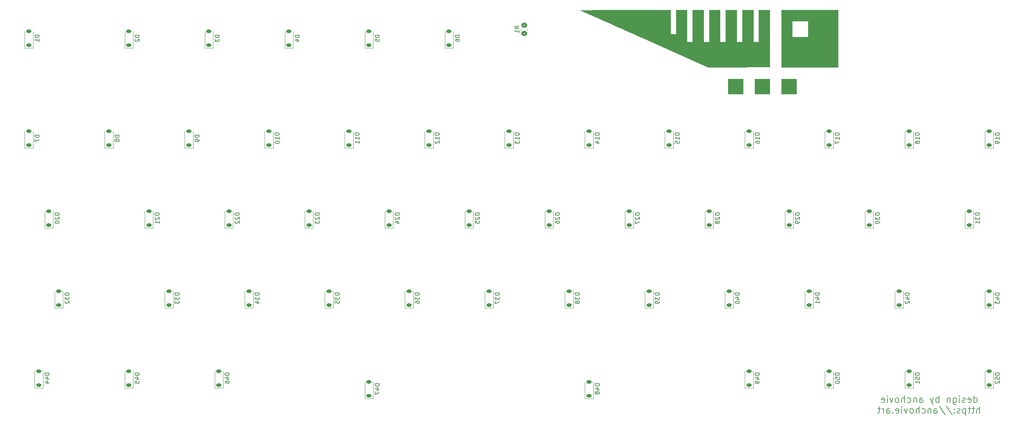
<source format=gbo>
%TF.GenerationSoftware,KiCad,Pcbnew,8.0.4*%
%TF.CreationDate,2025-01-19T23:05:40-05:00*%
%TF.ProjectId,shrimple,73687269-6d70-46c6-952e-6b696361645f,rev?*%
%TF.SameCoordinates,Original*%
%TF.FileFunction,Legend,Bot*%
%TF.FilePolarity,Positive*%
%FSLAX46Y46*%
G04 Gerber Fmt 4.6, Leading zero omitted, Abs format (unit mm)*
G04 Created by KiCad (PCBNEW 8.0.4) date 2025-01-19 23:05:40*
%MOMM*%
%LPD*%
G01*
G04 APERTURE LIST*
G04 Aperture macros list*
%AMRoundRect*
0 Rectangle with rounded corners*
0 $1 Rounding radius*
0 $2 $3 $4 $5 $6 $7 $8 $9 X,Y pos of 4 corners*
0 Add a 4 corners polygon primitive as box body*
4,1,4,$2,$3,$4,$5,$6,$7,$8,$9,$2,$3,0*
0 Add four circle primitives for the rounded corners*
1,1,$1+$1,$2,$3*
1,1,$1+$1,$4,$5*
1,1,$1+$1,$6,$7*
1,1,$1+$1,$8,$9*
0 Add four rect primitives between the rounded corners*
20,1,$1+$1,$2,$3,$4,$5,0*
20,1,$1+$1,$4,$5,$6,$7,0*
20,1,$1+$1,$6,$7,$8,$9,0*
20,1,$1+$1,$8,$9,$2,$3,0*%
%AMHorizOval*
0 Thick line with rounded ends*
0 $1 width*
0 $2 $3 position (X,Y) of the first rounded end (center of the circle)*
0 $4 $5 position (X,Y) of the second rounded end (center of the circle)*
0 Add line between two ends*
20,1,$1,$2,$3,$4,$5,0*
0 Add two circle primitives to create the rounded ends*
1,1,$1,$2,$3*
1,1,$1,$4,$5*%
G04 Aperture macros list end*
%ADD10C,0.200000*%
%ADD11C,0.150000*%
%ADD12C,0.000000*%
%ADD13C,0.120000*%
%ADD14C,2.600000*%
%ADD15C,1.750000*%
%ADD16C,3.987800*%
%ADD17HorizOval,2.250000X0.655001X0.730000X-0.655001X-0.730000X0*%
%ADD18C,2.250000*%
%ADD19HorizOval,2.250000X0.020000X0.290000X-0.020000X-0.290000X0*%
%ADD20C,3.048000*%
%ADD21R,1.600000X1.600000*%
%ADD22O,1.600000X1.600000*%
%ADD23RoundRect,0.225000X0.375000X-0.225000X0.375000X0.225000X-0.375000X0.225000X-0.375000X-0.225000X0*%
%ADD24RoundRect,0.250000X-0.450000X0.350000X-0.450000X-0.350000X0.450000X-0.350000X0.450000X0.350000X0*%
G04 APERTURE END LIST*
D10*
X271028572Y-125817880D02*
X271028572Y-124217880D01*
X271028572Y-125741690D02*
X271180953Y-125817880D01*
X271180953Y-125817880D02*
X271485715Y-125817880D01*
X271485715Y-125817880D02*
X271638096Y-125741690D01*
X271638096Y-125741690D02*
X271714286Y-125665499D01*
X271714286Y-125665499D02*
X271790477Y-125513118D01*
X271790477Y-125513118D02*
X271790477Y-125055975D01*
X271790477Y-125055975D02*
X271714286Y-124903594D01*
X271714286Y-124903594D02*
X271638096Y-124827404D01*
X271638096Y-124827404D02*
X271485715Y-124751213D01*
X271485715Y-124751213D02*
X271180953Y-124751213D01*
X271180953Y-124751213D02*
X271028572Y-124827404D01*
X269657143Y-125741690D02*
X269809524Y-125817880D01*
X269809524Y-125817880D02*
X270114286Y-125817880D01*
X270114286Y-125817880D02*
X270266667Y-125741690D01*
X270266667Y-125741690D02*
X270342858Y-125589309D01*
X270342858Y-125589309D02*
X270342858Y-124979785D01*
X270342858Y-124979785D02*
X270266667Y-124827404D01*
X270266667Y-124827404D02*
X270114286Y-124751213D01*
X270114286Y-124751213D02*
X269809524Y-124751213D01*
X269809524Y-124751213D02*
X269657143Y-124827404D01*
X269657143Y-124827404D02*
X269580953Y-124979785D01*
X269580953Y-124979785D02*
X269580953Y-125132166D01*
X269580953Y-125132166D02*
X270342858Y-125284547D01*
X268971429Y-125741690D02*
X268819048Y-125817880D01*
X268819048Y-125817880D02*
X268514286Y-125817880D01*
X268514286Y-125817880D02*
X268361905Y-125741690D01*
X268361905Y-125741690D02*
X268285714Y-125589309D01*
X268285714Y-125589309D02*
X268285714Y-125513118D01*
X268285714Y-125513118D02*
X268361905Y-125360737D01*
X268361905Y-125360737D02*
X268514286Y-125284547D01*
X268514286Y-125284547D02*
X268742857Y-125284547D01*
X268742857Y-125284547D02*
X268895238Y-125208356D01*
X268895238Y-125208356D02*
X268971429Y-125055975D01*
X268971429Y-125055975D02*
X268971429Y-124979785D01*
X268971429Y-124979785D02*
X268895238Y-124827404D01*
X268895238Y-124827404D02*
X268742857Y-124751213D01*
X268742857Y-124751213D02*
X268514286Y-124751213D01*
X268514286Y-124751213D02*
X268361905Y-124827404D01*
X267600000Y-125817880D02*
X267600000Y-124751213D01*
X267600000Y-124217880D02*
X267676191Y-124294070D01*
X267676191Y-124294070D02*
X267600000Y-124370261D01*
X267600000Y-124370261D02*
X267523810Y-124294070D01*
X267523810Y-124294070D02*
X267600000Y-124217880D01*
X267600000Y-124217880D02*
X267600000Y-124370261D01*
X266152381Y-124751213D02*
X266152381Y-126046451D01*
X266152381Y-126046451D02*
X266228571Y-126198832D01*
X266228571Y-126198832D02*
X266304762Y-126275023D01*
X266304762Y-126275023D02*
X266457143Y-126351213D01*
X266457143Y-126351213D02*
X266685714Y-126351213D01*
X266685714Y-126351213D02*
X266838095Y-126275023D01*
X266152381Y-125741690D02*
X266304762Y-125817880D01*
X266304762Y-125817880D02*
X266609524Y-125817880D01*
X266609524Y-125817880D02*
X266761905Y-125741690D01*
X266761905Y-125741690D02*
X266838095Y-125665499D01*
X266838095Y-125665499D02*
X266914286Y-125513118D01*
X266914286Y-125513118D02*
X266914286Y-125055975D01*
X266914286Y-125055975D02*
X266838095Y-124903594D01*
X266838095Y-124903594D02*
X266761905Y-124827404D01*
X266761905Y-124827404D02*
X266609524Y-124751213D01*
X266609524Y-124751213D02*
X266304762Y-124751213D01*
X266304762Y-124751213D02*
X266152381Y-124827404D01*
X265390476Y-124751213D02*
X265390476Y-125817880D01*
X265390476Y-124903594D02*
X265314286Y-124827404D01*
X265314286Y-124827404D02*
X265161905Y-124751213D01*
X265161905Y-124751213D02*
X264933333Y-124751213D01*
X264933333Y-124751213D02*
X264780952Y-124827404D01*
X264780952Y-124827404D02*
X264704762Y-124979785D01*
X264704762Y-124979785D02*
X264704762Y-125817880D01*
X262723809Y-125817880D02*
X262723809Y-124217880D01*
X262723809Y-124827404D02*
X262571428Y-124751213D01*
X262571428Y-124751213D02*
X262266666Y-124751213D01*
X262266666Y-124751213D02*
X262114285Y-124827404D01*
X262114285Y-124827404D02*
X262038095Y-124903594D01*
X262038095Y-124903594D02*
X261961904Y-125055975D01*
X261961904Y-125055975D02*
X261961904Y-125513118D01*
X261961904Y-125513118D02*
X262038095Y-125665499D01*
X262038095Y-125665499D02*
X262114285Y-125741690D01*
X262114285Y-125741690D02*
X262266666Y-125817880D01*
X262266666Y-125817880D02*
X262571428Y-125817880D01*
X262571428Y-125817880D02*
X262723809Y-125741690D01*
X261428571Y-124751213D02*
X261047619Y-125817880D01*
X260666666Y-124751213D02*
X261047619Y-125817880D01*
X261047619Y-125817880D02*
X261200000Y-126198832D01*
X261200000Y-126198832D02*
X261276190Y-126275023D01*
X261276190Y-126275023D02*
X261428571Y-126351213D01*
X258152380Y-125817880D02*
X258152380Y-124979785D01*
X258152380Y-124979785D02*
X258228570Y-124827404D01*
X258228570Y-124827404D02*
X258380951Y-124751213D01*
X258380951Y-124751213D02*
X258685713Y-124751213D01*
X258685713Y-124751213D02*
X258838094Y-124827404D01*
X258152380Y-125741690D02*
X258304761Y-125817880D01*
X258304761Y-125817880D02*
X258685713Y-125817880D01*
X258685713Y-125817880D02*
X258838094Y-125741690D01*
X258838094Y-125741690D02*
X258914285Y-125589309D01*
X258914285Y-125589309D02*
X258914285Y-125436928D01*
X258914285Y-125436928D02*
X258838094Y-125284547D01*
X258838094Y-125284547D02*
X258685713Y-125208356D01*
X258685713Y-125208356D02*
X258304761Y-125208356D01*
X258304761Y-125208356D02*
X258152380Y-125132166D01*
X257390475Y-124751213D02*
X257390475Y-125817880D01*
X257390475Y-124903594D02*
X257314285Y-124827404D01*
X257314285Y-124827404D02*
X257161904Y-124751213D01*
X257161904Y-124751213D02*
X256933332Y-124751213D01*
X256933332Y-124751213D02*
X256780951Y-124827404D01*
X256780951Y-124827404D02*
X256704761Y-124979785D01*
X256704761Y-124979785D02*
X256704761Y-125817880D01*
X255257142Y-125741690D02*
X255409523Y-125817880D01*
X255409523Y-125817880D02*
X255714285Y-125817880D01*
X255714285Y-125817880D02*
X255866666Y-125741690D01*
X255866666Y-125741690D02*
X255942856Y-125665499D01*
X255942856Y-125665499D02*
X256019047Y-125513118D01*
X256019047Y-125513118D02*
X256019047Y-125055975D01*
X256019047Y-125055975D02*
X255942856Y-124903594D01*
X255942856Y-124903594D02*
X255866666Y-124827404D01*
X255866666Y-124827404D02*
X255714285Y-124751213D01*
X255714285Y-124751213D02*
X255409523Y-124751213D01*
X255409523Y-124751213D02*
X255257142Y-124827404D01*
X254571427Y-125817880D02*
X254571427Y-124217880D01*
X253885713Y-125817880D02*
X253885713Y-124979785D01*
X253885713Y-124979785D02*
X253961903Y-124827404D01*
X253961903Y-124827404D02*
X254114284Y-124751213D01*
X254114284Y-124751213D02*
X254342856Y-124751213D01*
X254342856Y-124751213D02*
X254495237Y-124827404D01*
X254495237Y-124827404D02*
X254571427Y-124903594D01*
X252895237Y-125817880D02*
X253047618Y-125741690D01*
X253047618Y-125741690D02*
X253123808Y-125665499D01*
X253123808Y-125665499D02*
X253199999Y-125513118D01*
X253199999Y-125513118D02*
X253199999Y-125055975D01*
X253199999Y-125055975D02*
X253123808Y-124903594D01*
X253123808Y-124903594D02*
X253047618Y-124827404D01*
X253047618Y-124827404D02*
X252895237Y-124751213D01*
X252895237Y-124751213D02*
X252666665Y-124751213D01*
X252666665Y-124751213D02*
X252514284Y-124827404D01*
X252514284Y-124827404D02*
X252438094Y-124903594D01*
X252438094Y-124903594D02*
X252361903Y-125055975D01*
X252361903Y-125055975D02*
X252361903Y-125513118D01*
X252361903Y-125513118D02*
X252438094Y-125665499D01*
X252438094Y-125665499D02*
X252514284Y-125741690D01*
X252514284Y-125741690D02*
X252666665Y-125817880D01*
X252666665Y-125817880D02*
X252895237Y-125817880D01*
X251828570Y-124751213D02*
X251447618Y-125817880D01*
X251447618Y-125817880D02*
X251066665Y-124751213D01*
X250457141Y-125817880D02*
X250457141Y-124751213D01*
X250457141Y-124217880D02*
X250533332Y-124294070D01*
X250533332Y-124294070D02*
X250457141Y-124370261D01*
X250457141Y-124370261D02*
X250380951Y-124294070D01*
X250380951Y-124294070D02*
X250457141Y-124217880D01*
X250457141Y-124217880D02*
X250457141Y-124370261D01*
X249085712Y-125741690D02*
X249238093Y-125817880D01*
X249238093Y-125817880D02*
X249542855Y-125817880D01*
X249542855Y-125817880D02*
X249695236Y-125741690D01*
X249695236Y-125741690D02*
X249771427Y-125589309D01*
X249771427Y-125589309D02*
X249771427Y-124979785D01*
X249771427Y-124979785D02*
X249695236Y-124827404D01*
X249695236Y-124827404D02*
X249542855Y-124751213D01*
X249542855Y-124751213D02*
X249238093Y-124751213D01*
X249238093Y-124751213D02*
X249085712Y-124827404D01*
X249085712Y-124827404D02*
X249009522Y-124979785D01*
X249009522Y-124979785D02*
X249009522Y-125132166D01*
X249009522Y-125132166D02*
X249771427Y-125284547D01*
X272400000Y-128393790D02*
X272400000Y-126793790D01*
X271714286Y-128393790D02*
X271714286Y-127555695D01*
X271714286Y-127555695D02*
X271790476Y-127403314D01*
X271790476Y-127403314D02*
X271942857Y-127327123D01*
X271942857Y-127327123D02*
X272171429Y-127327123D01*
X272171429Y-127327123D02*
X272323810Y-127403314D01*
X272323810Y-127403314D02*
X272400000Y-127479504D01*
X271180953Y-127327123D02*
X270571429Y-127327123D01*
X270952381Y-126793790D02*
X270952381Y-128165219D01*
X270952381Y-128165219D02*
X270876191Y-128317600D01*
X270876191Y-128317600D02*
X270723810Y-128393790D01*
X270723810Y-128393790D02*
X270571429Y-128393790D01*
X270266667Y-127327123D02*
X269657143Y-127327123D01*
X270038095Y-126793790D02*
X270038095Y-128165219D01*
X270038095Y-128165219D02*
X269961905Y-128317600D01*
X269961905Y-128317600D02*
X269809524Y-128393790D01*
X269809524Y-128393790D02*
X269657143Y-128393790D01*
X269123809Y-127327123D02*
X269123809Y-128927123D01*
X269123809Y-127403314D02*
X268971428Y-127327123D01*
X268971428Y-127327123D02*
X268666666Y-127327123D01*
X268666666Y-127327123D02*
X268514285Y-127403314D01*
X268514285Y-127403314D02*
X268438095Y-127479504D01*
X268438095Y-127479504D02*
X268361904Y-127631885D01*
X268361904Y-127631885D02*
X268361904Y-128089028D01*
X268361904Y-128089028D02*
X268438095Y-128241409D01*
X268438095Y-128241409D02*
X268514285Y-128317600D01*
X268514285Y-128317600D02*
X268666666Y-128393790D01*
X268666666Y-128393790D02*
X268971428Y-128393790D01*
X268971428Y-128393790D02*
X269123809Y-128317600D01*
X267752381Y-128317600D02*
X267600000Y-128393790D01*
X267600000Y-128393790D02*
X267295238Y-128393790D01*
X267295238Y-128393790D02*
X267142857Y-128317600D01*
X267142857Y-128317600D02*
X267066666Y-128165219D01*
X267066666Y-128165219D02*
X267066666Y-128089028D01*
X267066666Y-128089028D02*
X267142857Y-127936647D01*
X267142857Y-127936647D02*
X267295238Y-127860457D01*
X267295238Y-127860457D02*
X267523809Y-127860457D01*
X267523809Y-127860457D02*
X267676190Y-127784266D01*
X267676190Y-127784266D02*
X267752381Y-127631885D01*
X267752381Y-127631885D02*
X267752381Y-127555695D01*
X267752381Y-127555695D02*
X267676190Y-127403314D01*
X267676190Y-127403314D02*
X267523809Y-127327123D01*
X267523809Y-127327123D02*
X267295238Y-127327123D01*
X267295238Y-127327123D02*
X267142857Y-127403314D01*
X266380952Y-128241409D02*
X266304762Y-128317600D01*
X266304762Y-128317600D02*
X266380952Y-128393790D01*
X266380952Y-128393790D02*
X266457143Y-128317600D01*
X266457143Y-128317600D02*
X266380952Y-128241409D01*
X266380952Y-128241409D02*
X266380952Y-128393790D01*
X266380952Y-127403314D02*
X266304762Y-127479504D01*
X266304762Y-127479504D02*
X266380952Y-127555695D01*
X266380952Y-127555695D02*
X266457143Y-127479504D01*
X266457143Y-127479504D02*
X266380952Y-127403314D01*
X266380952Y-127403314D02*
X266380952Y-127555695D01*
X264476190Y-126717600D02*
X265847619Y-128774742D01*
X262800000Y-126717600D02*
X264171429Y-128774742D01*
X261580953Y-128393790D02*
X261580953Y-127555695D01*
X261580953Y-127555695D02*
X261657143Y-127403314D01*
X261657143Y-127403314D02*
X261809524Y-127327123D01*
X261809524Y-127327123D02*
X262114286Y-127327123D01*
X262114286Y-127327123D02*
X262266667Y-127403314D01*
X261580953Y-128317600D02*
X261733334Y-128393790D01*
X261733334Y-128393790D02*
X262114286Y-128393790D01*
X262114286Y-128393790D02*
X262266667Y-128317600D01*
X262266667Y-128317600D02*
X262342858Y-128165219D01*
X262342858Y-128165219D02*
X262342858Y-128012838D01*
X262342858Y-128012838D02*
X262266667Y-127860457D01*
X262266667Y-127860457D02*
X262114286Y-127784266D01*
X262114286Y-127784266D02*
X261733334Y-127784266D01*
X261733334Y-127784266D02*
X261580953Y-127708076D01*
X260819048Y-127327123D02*
X260819048Y-128393790D01*
X260819048Y-127479504D02*
X260742858Y-127403314D01*
X260742858Y-127403314D02*
X260590477Y-127327123D01*
X260590477Y-127327123D02*
X260361905Y-127327123D01*
X260361905Y-127327123D02*
X260209524Y-127403314D01*
X260209524Y-127403314D02*
X260133334Y-127555695D01*
X260133334Y-127555695D02*
X260133334Y-128393790D01*
X258685715Y-128317600D02*
X258838096Y-128393790D01*
X258838096Y-128393790D02*
X259142858Y-128393790D01*
X259142858Y-128393790D02*
X259295239Y-128317600D01*
X259295239Y-128317600D02*
X259371429Y-128241409D01*
X259371429Y-128241409D02*
X259447620Y-128089028D01*
X259447620Y-128089028D02*
X259447620Y-127631885D01*
X259447620Y-127631885D02*
X259371429Y-127479504D01*
X259371429Y-127479504D02*
X259295239Y-127403314D01*
X259295239Y-127403314D02*
X259142858Y-127327123D01*
X259142858Y-127327123D02*
X258838096Y-127327123D01*
X258838096Y-127327123D02*
X258685715Y-127403314D01*
X258000000Y-128393790D02*
X258000000Y-126793790D01*
X257314286Y-128393790D02*
X257314286Y-127555695D01*
X257314286Y-127555695D02*
X257390476Y-127403314D01*
X257390476Y-127403314D02*
X257542857Y-127327123D01*
X257542857Y-127327123D02*
X257771429Y-127327123D01*
X257771429Y-127327123D02*
X257923810Y-127403314D01*
X257923810Y-127403314D02*
X258000000Y-127479504D01*
X256323810Y-128393790D02*
X256476191Y-128317600D01*
X256476191Y-128317600D02*
X256552381Y-128241409D01*
X256552381Y-128241409D02*
X256628572Y-128089028D01*
X256628572Y-128089028D02*
X256628572Y-127631885D01*
X256628572Y-127631885D02*
X256552381Y-127479504D01*
X256552381Y-127479504D02*
X256476191Y-127403314D01*
X256476191Y-127403314D02*
X256323810Y-127327123D01*
X256323810Y-127327123D02*
X256095238Y-127327123D01*
X256095238Y-127327123D02*
X255942857Y-127403314D01*
X255942857Y-127403314D02*
X255866667Y-127479504D01*
X255866667Y-127479504D02*
X255790476Y-127631885D01*
X255790476Y-127631885D02*
X255790476Y-128089028D01*
X255790476Y-128089028D02*
X255866667Y-128241409D01*
X255866667Y-128241409D02*
X255942857Y-128317600D01*
X255942857Y-128317600D02*
X256095238Y-128393790D01*
X256095238Y-128393790D02*
X256323810Y-128393790D01*
X255257143Y-127327123D02*
X254876191Y-128393790D01*
X254876191Y-128393790D02*
X254495238Y-127327123D01*
X253885714Y-128393790D02*
X253885714Y-127327123D01*
X253885714Y-126793790D02*
X253961905Y-126869980D01*
X253961905Y-126869980D02*
X253885714Y-126946171D01*
X253885714Y-126946171D02*
X253809524Y-126869980D01*
X253809524Y-126869980D02*
X253885714Y-126793790D01*
X253885714Y-126793790D02*
X253885714Y-126946171D01*
X252514285Y-128317600D02*
X252666666Y-128393790D01*
X252666666Y-128393790D02*
X252971428Y-128393790D01*
X252971428Y-128393790D02*
X253123809Y-128317600D01*
X253123809Y-128317600D02*
X253200000Y-128165219D01*
X253200000Y-128165219D02*
X253200000Y-127555695D01*
X253200000Y-127555695D02*
X253123809Y-127403314D01*
X253123809Y-127403314D02*
X252971428Y-127327123D01*
X252971428Y-127327123D02*
X252666666Y-127327123D01*
X252666666Y-127327123D02*
X252514285Y-127403314D01*
X252514285Y-127403314D02*
X252438095Y-127555695D01*
X252438095Y-127555695D02*
X252438095Y-127708076D01*
X252438095Y-127708076D02*
X253200000Y-127860457D01*
X251752380Y-128241409D02*
X251676190Y-128317600D01*
X251676190Y-128317600D02*
X251752380Y-128393790D01*
X251752380Y-128393790D02*
X251828571Y-128317600D01*
X251828571Y-128317600D02*
X251752380Y-128241409D01*
X251752380Y-128241409D02*
X251752380Y-128393790D01*
X250304761Y-128393790D02*
X250304761Y-127555695D01*
X250304761Y-127555695D02*
X250380951Y-127403314D01*
X250380951Y-127403314D02*
X250533332Y-127327123D01*
X250533332Y-127327123D02*
X250838094Y-127327123D01*
X250838094Y-127327123D02*
X250990475Y-127403314D01*
X250304761Y-128317600D02*
X250457142Y-128393790D01*
X250457142Y-128393790D02*
X250838094Y-128393790D01*
X250838094Y-128393790D02*
X250990475Y-128317600D01*
X250990475Y-128317600D02*
X251066666Y-128165219D01*
X251066666Y-128165219D02*
X251066666Y-128012838D01*
X251066666Y-128012838D02*
X250990475Y-127860457D01*
X250990475Y-127860457D02*
X250838094Y-127784266D01*
X250838094Y-127784266D02*
X250457142Y-127784266D01*
X250457142Y-127784266D02*
X250304761Y-127708076D01*
X249542856Y-128393790D02*
X249542856Y-127327123D01*
X249542856Y-127631885D02*
X249466666Y-127479504D01*
X249466666Y-127479504D02*
X249390475Y-127403314D01*
X249390475Y-127403314D02*
X249238094Y-127327123D01*
X249238094Y-127327123D02*
X249085713Y-127327123D01*
X248780952Y-127327123D02*
X248171428Y-127327123D01*
X248552380Y-126793790D02*
X248552380Y-128165219D01*
X248552380Y-128165219D02*
X248476190Y-128317600D01*
X248476190Y-128317600D02*
X248323809Y-128393790D01*
X248323809Y-128393790D02*
X248171428Y-128393790D01*
D11*
X93798569Y-118848214D02*
X92798569Y-118848214D01*
X92798569Y-118848214D02*
X92798569Y-119086309D01*
X92798569Y-119086309D02*
X92846188Y-119229166D01*
X92846188Y-119229166D02*
X92941426Y-119324404D01*
X92941426Y-119324404D02*
X93036664Y-119372023D01*
X93036664Y-119372023D02*
X93227140Y-119419642D01*
X93227140Y-119419642D02*
X93369997Y-119419642D01*
X93369997Y-119419642D02*
X93560473Y-119372023D01*
X93560473Y-119372023D02*
X93655711Y-119324404D01*
X93655711Y-119324404D02*
X93750950Y-119229166D01*
X93750950Y-119229166D02*
X93798569Y-119086309D01*
X93798569Y-119086309D02*
X93798569Y-118848214D01*
X93131902Y-120276785D02*
X93798569Y-120276785D01*
X92750950Y-120038690D02*
X93465235Y-119800595D01*
X93465235Y-119800595D02*
X93465235Y-120419642D01*
X92798569Y-121229166D02*
X92798569Y-121038690D01*
X92798569Y-121038690D02*
X92846188Y-120943452D01*
X92846188Y-120943452D02*
X92893807Y-120895833D01*
X92893807Y-120895833D02*
X93036664Y-120800595D01*
X93036664Y-120800595D02*
X93227140Y-120752976D01*
X93227140Y-120752976D02*
X93608092Y-120752976D01*
X93608092Y-120752976D02*
X93703330Y-120800595D01*
X93703330Y-120800595D02*
X93750950Y-120848214D01*
X93750950Y-120848214D02*
X93798569Y-120943452D01*
X93798569Y-120943452D02*
X93798569Y-121133928D01*
X93798569Y-121133928D02*
X93750950Y-121229166D01*
X93750950Y-121229166D02*
X93703330Y-121276785D01*
X93703330Y-121276785D02*
X93608092Y-121324404D01*
X93608092Y-121324404D02*
X93369997Y-121324404D01*
X93369997Y-121324404D02*
X93274759Y-121276785D01*
X93274759Y-121276785D02*
X93227140Y-121229166D01*
X93227140Y-121229166D02*
X93179521Y-121133928D01*
X93179521Y-121133928D02*
X93179521Y-120943452D01*
X93179521Y-120943452D02*
X93227140Y-120848214D01*
X93227140Y-120848214D02*
X93274759Y-120800595D01*
X93274759Y-120800595D02*
X93369997Y-120752976D01*
X215242319Y-99798214D02*
X214242319Y-99798214D01*
X214242319Y-99798214D02*
X214242319Y-100036309D01*
X214242319Y-100036309D02*
X214289938Y-100179166D01*
X214289938Y-100179166D02*
X214385176Y-100274404D01*
X214385176Y-100274404D02*
X214480414Y-100322023D01*
X214480414Y-100322023D02*
X214670890Y-100369642D01*
X214670890Y-100369642D02*
X214813747Y-100369642D01*
X214813747Y-100369642D02*
X215004223Y-100322023D01*
X215004223Y-100322023D02*
X215099461Y-100274404D01*
X215099461Y-100274404D02*
X215194700Y-100179166D01*
X215194700Y-100179166D02*
X215242319Y-100036309D01*
X215242319Y-100036309D02*
X215242319Y-99798214D01*
X214575652Y-101226785D02*
X215242319Y-101226785D01*
X214194700Y-100988690D02*
X214908985Y-100750595D01*
X214908985Y-100750595D02*
X214908985Y-101369642D01*
X214242319Y-101941071D02*
X214242319Y-102036309D01*
X214242319Y-102036309D02*
X214289938Y-102131547D01*
X214289938Y-102131547D02*
X214337557Y-102179166D01*
X214337557Y-102179166D02*
X214432795Y-102226785D01*
X214432795Y-102226785D02*
X214623271Y-102274404D01*
X214623271Y-102274404D02*
X214861366Y-102274404D01*
X214861366Y-102274404D02*
X215051842Y-102226785D01*
X215051842Y-102226785D02*
X215147080Y-102179166D01*
X215147080Y-102179166D02*
X215194700Y-102131547D01*
X215194700Y-102131547D02*
X215242319Y-102036309D01*
X215242319Y-102036309D02*
X215242319Y-101941071D01*
X215242319Y-101941071D02*
X215194700Y-101845833D01*
X215194700Y-101845833D02*
X215147080Y-101798214D01*
X215147080Y-101798214D02*
X215051842Y-101750595D01*
X215051842Y-101750595D02*
X214861366Y-101702976D01*
X214861366Y-101702976D02*
X214623271Y-101702976D01*
X214623271Y-101702976D02*
X214432795Y-101750595D01*
X214432795Y-101750595D02*
X214337557Y-101798214D01*
X214337557Y-101798214D02*
X214289938Y-101845833D01*
X214289938Y-101845833D02*
X214242319Y-101941071D01*
X48554819Y-38361905D02*
X47554819Y-38361905D01*
X47554819Y-38361905D02*
X47554819Y-38600000D01*
X47554819Y-38600000D02*
X47602438Y-38742857D01*
X47602438Y-38742857D02*
X47697676Y-38838095D01*
X47697676Y-38838095D02*
X47792914Y-38885714D01*
X47792914Y-38885714D02*
X47983390Y-38933333D01*
X47983390Y-38933333D02*
X48126247Y-38933333D01*
X48126247Y-38933333D02*
X48316723Y-38885714D01*
X48316723Y-38885714D02*
X48411961Y-38838095D01*
X48411961Y-38838095D02*
X48507200Y-38742857D01*
X48507200Y-38742857D02*
X48554819Y-38600000D01*
X48554819Y-38600000D02*
X48554819Y-38361905D01*
X48554819Y-39885714D02*
X48554819Y-39314286D01*
X48554819Y-39600000D02*
X47554819Y-39600000D01*
X47554819Y-39600000D02*
X47697676Y-39504762D01*
X47697676Y-39504762D02*
X47792914Y-39409524D01*
X47792914Y-39409524D02*
X47840533Y-39314286D01*
X139042319Y-99798214D02*
X138042319Y-99798214D01*
X138042319Y-99798214D02*
X138042319Y-100036309D01*
X138042319Y-100036309D02*
X138089938Y-100179166D01*
X138089938Y-100179166D02*
X138185176Y-100274404D01*
X138185176Y-100274404D02*
X138280414Y-100322023D01*
X138280414Y-100322023D02*
X138470890Y-100369642D01*
X138470890Y-100369642D02*
X138613747Y-100369642D01*
X138613747Y-100369642D02*
X138804223Y-100322023D01*
X138804223Y-100322023D02*
X138899461Y-100274404D01*
X138899461Y-100274404D02*
X138994700Y-100179166D01*
X138994700Y-100179166D02*
X139042319Y-100036309D01*
X139042319Y-100036309D02*
X139042319Y-99798214D01*
X138042319Y-100702976D02*
X138042319Y-101322023D01*
X138042319Y-101322023D02*
X138423271Y-100988690D01*
X138423271Y-100988690D02*
X138423271Y-101131547D01*
X138423271Y-101131547D02*
X138470890Y-101226785D01*
X138470890Y-101226785D02*
X138518509Y-101274404D01*
X138518509Y-101274404D02*
X138613747Y-101322023D01*
X138613747Y-101322023D02*
X138851842Y-101322023D01*
X138851842Y-101322023D02*
X138947080Y-101274404D01*
X138947080Y-101274404D02*
X138994700Y-101226785D01*
X138994700Y-101226785D02*
X139042319Y-101131547D01*
X139042319Y-101131547D02*
X139042319Y-100845833D01*
X139042319Y-100845833D02*
X138994700Y-100750595D01*
X138994700Y-100750595D02*
X138947080Y-100702976D01*
X138042319Y-102179166D02*
X138042319Y-101988690D01*
X138042319Y-101988690D02*
X138089938Y-101893452D01*
X138089938Y-101893452D02*
X138137557Y-101845833D01*
X138137557Y-101845833D02*
X138280414Y-101750595D01*
X138280414Y-101750595D02*
X138470890Y-101702976D01*
X138470890Y-101702976D02*
X138851842Y-101702976D01*
X138851842Y-101702976D02*
X138947080Y-101750595D01*
X138947080Y-101750595D02*
X138994700Y-101798214D01*
X138994700Y-101798214D02*
X139042319Y-101893452D01*
X139042319Y-101893452D02*
X139042319Y-102083928D01*
X139042319Y-102083928D02*
X138994700Y-102179166D01*
X138994700Y-102179166D02*
X138947080Y-102226785D01*
X138947080Y-102226785D02*
X138851842Y-102274404D01*
X138851842Y-102274404D02*
X138613747Y-102274404D01*
X138613747Y-102274404D02*
X138518509Y-102226785D01*
X138518509Y-102226785D02*
X138470890Y-102179166D01*
X138470890Y-102179166D02*
X138423271Y-102083928D01*
X138423271Y-102083928D02*
X138423271Y-101893452D01*
X138423271Y-101893452D02*
X138470890Y-101798214D01*
X138470890Y-101798214D02*
X138518509Y-101750595D01*
X138518509Y-101750595D02*
X138613747Y-101702976D01*
X220004819Y-118848214D02*
X219004819Y-118848214D01*
X219004819Y-118848214D02*
X219004819Y-119086309D01*
X219004819Y-119086309D02*
X219052438Y-119229166D01*
X219052438Y-119229166D02*
X219147676Y-119324404D01*
X219147676Y-119324404D02*
X219242914Y-119372023D01*
X219242914Y-119372023D02*
X219433390Y-119419642D01*
X219433390Y-119419642D02*
X219576247Y-119419642D01*
X219576247Y-119419642D02*
X219766723Y-119372023D01*
X219766723Y-119372023D02*
X219861961Y-119324404D01*
X219861961Y-119324404D02*
X219957200Y-119229166D01*
X219957200Y-119229166D02*
X220004819Y-119086309D01*
X220004819Y-119086309D02*
X220004819Y-118848214D01*
X219338152Y-120276785D02*
X220004819Y-120276785D01*
X218957200Y-120038690D02*
X219671485Y-119800595D01*
X219671485Y-119800595D02*
X219671485Y-120419642D01*
X220004819Y-120848214D02*
X220004819Y-121038690D01*
X220004819Y-121038690D02*
X219957200Y-121133928D01*
X219957200Y-121133928D02*
X219909580Y-121181547D01*
X219909580Y-121181547D02*
X219766723Y-121276785D01*
X219766723Y-121276785D02*
X219576247Y-121324404D01*
X219576247Y-121324404D02*
X219195295Y-121324404D01*
X219195295Y-121324404D02*
X219100057Y-121276785D01*
X219100057Y-121276785D02*
X219052438Y-121229166D01*
X219052438Y-121229166D02*
X219004819Y-121133928D01*
X219004819Y-121133928D02*
X219004819Y-120943452D01*
X219004819Y-120943452D02*
X219052438Y-120848214D01*
X219052438Y-120848214D02*
X219100057Y-120800595D01*
X219100057Y-120800595D02*
X219195295Y-120752976D01*
X219195295Y-120752976D02*
X219433390Y-120752976D01*
X219433390Y-120752976D02*
X219528628Y-120800595D01*
X219528628Y-120800595D02*
X219576247Y-120848214D01*
X219576247Y-120848214D02*
X219623866Y-120943452D01*
X219623866Y-120943452D02*
X219623866Y-121133928D01*
X219623866Y-121133928D02*
X219576247Y-121229166D01*
X219576247Y-121229166D02*
X219528628Y-121276785D01*
X219528628Y-121276785D02*
X219433390Y-121324404D01*
X162854819Y-61698214D02*
X161854819Y-61698214D01*
X161854819Y-61698214D02*
X161854819Y-61936309D01*
X161854819Y-61936309D02*
X161902438Y-62079166D01*
X161902438Y-62079166D02*
X161997676Y-62174404D01*
X161997676Y-62174404D02*
X162092914Y-62222023D01*
X162092914Y-62222023D02*
X162283390Y-62269642D01*
X162283390Y-62269642D02*
X162426247Y-62269642D01*
X162426247Y-62269642D02*
X162616723Y-62222023D01*
X162616723Y-62222023D02*
X162711961Y-62174404D01*
X162711961Y-62174404D02*
X162807200Y-62079166D01*
X162807200Y-62079166D02*
X162854819Y-61936309D01*
X162854819Y-61936309D02*
X162854819Y-61698214D01*
X162854819Y-63222023D02*
X162854819Y-62650595D01*
X162854819Y-62936309D02*
X161854819Y-62936309D01*
X161854819Y-62936309D02*
X161997676Y-62841071D01*
X161997676Y-62841071D02*
X162092914Y-62745833D01*
X162092914Y-62745833D02*
X162140533Y-62650595D01*
X161854819Y-63555357D02*
X161854819Y-64174404D01*
X161854819Y-64174404D02*
X162235771Y-63841071D01*
X162235771Y-63841071D02*
X162235771Y-63983928D01*
X162235771Y-63983928D02*
X162283390Y-64079166D01*
X162283390Y-64079166D02*
X162331009Y-64126785D01*
X162331009Y-64126785D02*
X162426247Y-64174404D01*
X162426247Y-64174404D02*
X162664342Y-64174404D01*
X162664342Y-64174404D02*
X162759580Y-64126785D01*
X162759580Y-64126785D02*
X162807200Y-64079166D01*
X162807200Y-64079166D02*
X162854819Y-63983928D01*
X162854819Y-63983928D02*
X162854819Y-63698214D01*
X162854819Y-63698214D02*
X162807200Y-63602976D01*
X162807200Y-63602976D02*
X162759580Y-63555357D01*
X53317319Y-80748214D02*
X52317319Y-80748214D01*
X52317319Y-80748214D02*
X52317319Y-80986309D01*
X52317319Y-80986309D02*
X52364938Y-81129166D01*
X52364938Y-81129166D02*
X52460176Y-81224404D01*
X52460176Y-81224404D02*
X52555414Y-81272023D01*
X52555414Y-81272023D02*
X52745890Y-81319642D01*
X52745890Y-81319642D02*
X52888747Y-81319642D01*
X52888747Y-81319642D02*
X53079223Y-81272023D01*
X53079223Y-81272023D02*
X53174461Y-81224404D01*
X53174461Y-81224404D02*
X53269700Y-81129166D01*
X53269700Y-81129166D02*
X53317319Y-80986309D01*
X53317319Y-80986309D02*
X53317319Y-80748214D01*
X52412557Y-81700595D02*
X52364938Y-81748214D01*
X52364938Y-81748214D02*
X52317319Y-81843452D01*
X52317319Y-81843452D02*
X52317319Y-82081547D01*
X52317319Y-82081547D02*
X52364938Y-82176785D01*
X52364938Y-82176785D02*
X52412557Y-82224404D01*
X52412557Y-82224404D02*
X52507795Y-82272023D01*
X52507795Y-82272023D02*
X52603033Y-82272023D01*
X52603033Y-82272023D02*
X52745890Y-82224404D01*
X52745890Y-82224404D02*
X53317319Y-81652976D01*
X53317319Y-81652976D02*
X53317319Y-82272023D01*
X52317319Y-82891071D02*
X52317319Y-82986309D01*
X52317319Y-82986309D02*
X52364938Y-83081547D01*
X52364938Y-83081547D02*
X52412557Y-83129166D01*
X52412557Y-83129166D02*
X52507795Y-83176785D01*
X52507795Y-83176785D02*
X52698271Y-83224404D01*
X52698271Y-83224404D02*
X52936366Y-83224404D01*
X52936366Y-83224404D02*
X53126842Y-83176785D01*
X53126842Y-83176785D02*
X53222080Y-83129166D01*
X53222080Y-83129166D02*
X53269700Y-83081547D01*
X53269700Y-83081547D02*
X53317319Y-82986309D01*
X53317319Y-82986309D02*
X53317319Y-82891071D01*
X53317319Y-82891071D02*
X53269700Y-82795833D01*
X53269700Y-82795833D02*
X53222080Y-82748214D01*
X53222080Y-82748214D02*
X53126842Y-82700595D01*
X53126842Y-82700595D02*
X52936366Y-82652976D01*
X52936366Y-82652976D02*
X52698271Y-82652976D01*
X52698271Y-82652976D02*
X52507795Y-82700595D01*
X52507795Y-82700595D02*
X52412557Y-82748214D01*
X52412557Y-82748214D02*
X52364938Y-82795833D01*
X52364938Y-82795833D02*
X52317319Y-82891071D01*
X105704819Y-61698214D02*
X104704819Y-61698214D01*
X104704819Y-61698214D02*
X104704819Y-61936309D01*
X104704819Y-61936309D02*
X104752438Y-62079166D01*
X104752438Y-62079166D02*
X104847676Y-62174404D01*
X104847676Y-62174404D02*
X104942914Y-62222023D01*
X104942914Y-62222023D02*
X105133390Y-62269642D01*
X105133390Y-62269642D02*
X105276247Y-62269642D01*
X105276247Y-62269642D02*
X105466723Y-62222023D01*
X105466723Y-62222023D02*
X105561961Y-62174404D01*
X105561961Y-62174404D02*
X105657200Y-62079166D01*
X105657200Y-62079166D02*
X105704819Y-61936309D01*
X105704819Y-61936309D02*
X105704819Y-61698214D01*
X105704819Y-63222023D02*
X105704819Y-62650595D01*
X105704819Y-62936309D02*
X104704819Y-62936309D01*
X104704819Y-62936309D02*
X104847676Y-62841071D01*
X104847676Y-62841071D02*
X104942914Y-62745833D01*
X104942914Y-62745833D02*
X104990533Y-62650595D01*
X104704819Y-63841071D02*
X104704819Y-63936309D01*
X104704819Y-63936309D02*
X104752438Y-64031547D01*
X104752438Y-64031547D02*
X104800057Y-64079166D01*
X104800057Y-64079166D02*
X104895295Y-64126785D01*
X104895295Y-64126785D02*
X105085771Y-64174404D01*
X105085771Y-64174404D02*
X105323866Y-64174404D01*
X105323866Y-64174404D02*
X105514342Y-64126785D01*
X105514342Y-64126785D02*
X105609580Y-64079166D01*
X105609580Y-64079166D02*
X105657200Y-64031547D01*
X105657200Y-64031547D02*
X105704819Y-63936309D01*
X105704819Y-63936309D02*
X105704819Y-63841071D01*
X105704819Y-63841071D02*
X105657200Y-63745833D01*
X105657200Y-63745833D02*
X105609580Y-63698214D01*
X105609580Y-63698214D02*
X105514342Y-63650595D01*
X105514342Y-63650595D02*
X105323866Y-63602976D01*
X105323866Y-63602976D02*
X105085771Y-63602976D01*
X105085771Y-63602976D02*
X104895295Y-63650595D01*
X104895295Y-63650595D02*
X104800057Y-63698214D01*
X104800057Y-63698214D02*
X104752438Y-63745833D01*
X104752438Y-63745833D02*
X104704819Y-63841071D01*
X220004819Y-61698214D02*
X219004819Y-61698214D01*
X219004819Y-61698214D02*
X219004819Y-61936309D01*
X219004819Y-61936309D02*
X219052438Y-62079166D01*
X219052438Y-62079166D02*
X219147676Y-62174404D01*
X219147676Y-62174404D02*
X219242914Y-62222023D01*
X219242914Y-62222023D02*
X219433390Y-62269642D01*
X219433390Y-62269642D02*
X219576247Y-62269642D01*
X219576247Y-62269642D02*
X219766723Y-62222023D01*
X219766723Y-62222023D02*
X219861961Y-62174404D01*
X219861961Y-62174404D02*
X219957200Y-62079166D01*
X219957200Y-62079166D02*
X220004819Y-61936309D01*
X220004819Y-61936309D02*
X220004819Y-61698214D01*
X220004819Y-63222023D02*
X220004819Y-62650595D01*
X220004819Y-62936309D02*
X219004819Y-62936309D01*
X219004819Y-62936309D02*
X219147676Y-62841071D01*
X219147676Y-62841071D02*
X219242914Y-62745833D01*
X219242914Y-62745833D02*
X219290533Y-62650595D01*
X219004819Y-64079166D02*
X219004819Y-63888690D01*
X219004819Y-63888690D02*
X219052438Y-63793452D01*
X219052438Y-63793452D02*
X219100057Y-63745833D01*
X219100057Y-63745833D02*
X219242914Y-63650595D01*
X219242914Y-63650595D02*
X219433390Y-63602976D01*
X219433390Y-63602976D02*
X219814342Y-63602976D01*
X219814342Y-63602976D02*
X219909580Y-63650595D01*
X219909580Y-63650595D02*
X219957200Y-63698214D01*
X219957200Y-63698214D02*
X220004819Y-63793452D01*
X220004819Y-63793452D02*
X220004819Y-63983928D01*
X220004819Y-63983928D02*
X219957200Y-64079166D01*
X219957200Y-64079166D02*
X219909580Y-64126785D01*
X219909580Y-64126785D02*
X219814342Y-64174404D01*
X219814342Y-64174404D02*
X219576247Y-64174404D01*
X219576247Y-64174404D02*
X219481009Y-64126785D01*
X219481009Y-64126785D02*
X219433390Y-64079166D01*
X219433390Y-64079166D02*
X219385771Y-63983928D01*
X219385771Y-63983928D02*
X219385771Y-63793452D01*
X219385771Y-63793452D02*
X219433390Y-63698214D01*
X219433390Y-63698214D02*
X219481009Y-63650595D01*
X219481009Y-63650595D02*
X219576247Y-63602976D01*
X119992319Y-99798214D02*
X118992319Y-99798214D01*
X118992319Y-99798214D02*
X118992319Y-100036309D01*
X118992319Y-100036309D02*
X119039938Y-100179166D01*
X119039938Y-100179166D02*
X119135176Y-100274404D01*
X119135176Y-100274404D02*
X119230414Y-100322023D01*
X119230414Y-100322023D02*
X119420890Y-100369642D01*
X119420890Y-100369642D02*
X119563747Y-100369642D01*
X119563747Y-100369642D02*
X119754223Y-100322023D01*
X119754223Y-100322023D02*
X119849461Y-100274404D01*
X119849461Y-100274404D02*
X119944700Y-100179166D01*
X119944700Y-100179166D02*
X119992319Y-100036309D01*
X119992319Y-100036309D02*
X119992319Y-99798214D01*
X118992319Y-100702976D02*
X118992319Y-101322023D01*
X118992319Y-101322023D02*
X119373271Y-100988690D01*
X119373271Y-100988690D02*
X119373271Y-101131547D01*
X119373271Y-101131547D02*
X119420890Y-101226785D01*
X119420890Y-101226785D02*
X119468509Y-101274404D01*
X119468509Y-101274404D02*
X119563747Y-101322023D01*
X119563747Y-101322023D02*
X119801842Y-101322023D01*
X119801842Y-101322023D02*
X119897080Y-101274404D01*
X119897080Y-101274404D02*
X119944700Y-101226785D01*
X119944700Y-101226785D02*
X119992319Y-101131547D01*
X119992319Y-101131547D02*
X119992319Y-100845833D01*
X119992319Y-100845833D02*
X119944700Y-100750595D01*
X119944700Y-100750595D02*
X119897080Y-100702976D01*
X118992319Y-102226785D02*
X118992319Y-101750595D01*
X118992319Y-101750595D02*
X119468509Y-101702976D01*
X119468509Y-101702976D02*
X119420890Y-101750595D01*
X119420890Y-101750595D02*
X119373271Y-101845833D01*
X119373271Y-101845833D02*
X119373271Y-102083928D01*
X119373271Y-102083928D02*
X119420890Y-102179166D01*
X119420890Y-102179166D02*
X119468509Y-102226785D01*
X119468509Y-102226785D02*
X119563747Y-102274404D01*
X119563747Y-102274404D02*
X119801842Y-102274404D01*
X119801842Y-102274404D02*
X119897080Y-102226785D01*
X119897080Y-102226785D02*
X119944700Y-102179166D01*
X119944700Y-102179166D02*
X119992319Y-102083928D01*
X119992319Y-102083928D02*
X119992319Y-101845833D01*
X119992319Y-101845833D02*
X119944700Y-101750595D01*
X119944700Y-101750595D02*
X119897080Y-101702976D01*
X86654819Y-62174405D02*
X85654819Y-62174405D01*
X85654819Y-62174405D02*
X85654819Y-62412500D01*
X85654819Y-62412500D02*
X85702438Y-62555357D01*
X85702438Y-62555357D02*
X85797676Y-62650595D01*
X85797676Y-62650595D02*
X85892914Y-62698214D01*
X85892914Y-62698214D02*
X86083390Y-62745833D01*
X86083390Y-62745833D02*
X86226247Y-62745833D01*
X86226247Y-62745833D02*
X86416723Y-62698214D01*
X86416723Y-62698214D02*
X86511961Y-62650595D01*
X86511961Y-62650595D02*
X86607200Y-62555357D01*
X86607200Y-62555357D02*
X86654819Y-62412500D01*
X86654819Y-62412500D02*
X86654819Y-62174405D01*
X86654819Y-63222024D02*
X86654819Y-63412500D01*
X86654819Y-63412500D02*
X86607200Y-63507738D01*
X86607200Y-63507738D02*
X86559580Y-63555357D01*
X86559580Y-63555357D02*
X86416723Y-63650595D01*
X86416723Y-63650595D02*
X86226247Y-63698214D01*
X86226247Y-63698214D02*
X85845295Y-63698214D01*
X85845295Y-63698214D02*
X85750057Y-63650595D01*
X85750057Y-63650595D02*
X85702438Y-63602976D01*
X85702438Y-63602976D02*
X85654819Y-63507738D01*
X85654819Y-63507738D02*
X85654819Y-63317262D01*
X85654819Y-63317262D02*
X85702438Y-63222024D01*
X85702438Y-63222024D02*
X85750057Y-63174405D01*
X85750057Y-63174405D02*
X85845295Y-63126786D01*
X85845295Y-63126786D02*
X86083390Y-63126786D01*
X86083390Y-63126786D02*
X86178628Y-63174405D01*
X86178628Y-63174405D02*
X86226247Y-63222024D01*
X86226247Y-63222024D02*
X86273866Y-63317262D01*
X86273866Y-63317262D02*
X86273866Y-63507738D01*
X86273866Y-63507738D02*
X86226247Y-63602976D01*
X86226247Y-63602976D02*
X86178628Y-63650595D01*
X86178628Y-63650595D02*
X86083390Y-63698214D01*
X239054819Y-61698214D02*
X238054819Y-61698214D01*
X238054819Y-61698214D02*
X238054819Y-61936309D01*
X238054819Y-61936309D02*
X238102438Y-62079166D01*
X238102438Y-62079166D02*
X238197676Y-62174404D01*
X238197676Y-62174404D02*
X238292914Y-62222023D01*
X238292914Y-62222023D02*
X238483390Y-62269642D01*
X238483390Y-62269642D02*
X238626247Y-62269642D01*
X238626247Y-62269642D02*
X238816723Y-62222023D01*
X238816723Y-62222023D02*
X238911961Y-62174404D01*
X238911961Y-62174404D02*
X239007200Y-62079166D01*
X239007200Y-62079166D02*
X239054819Y-61936309D01*
X239054819Y-61936309D02*
X239054819Y-61698214D01*
X239054819Y-63222023D02*
X239054819Y-62650595D01*
X239054819Y-62936309D02*
X238054819Y-62936309D01*
X238054819Y-62936309D02*
X238197676Y-62841071D01*
X238197676Y-62841071D02*
X238292914Y-62745833D01*
X238292914Y-62745833D02*
X238340533Y-62650595D01*
X238054819Y-63555357D02*
X238054819Y-64222023D01*
X238054819Y-64222023D02*
X239054819Y-63793452D01*
X129517319Y-38361905D02*
X128517319Y-38361905D01*
X128517319Y-38361905D02*
X128517319Y-38600000D01*
X128517319Y-38600000D02*
X128564938Y-38742857D01*
X128564938Y-38742857D02*
X128660176Y-38838095D01*
X128660176Y-38838095D02*
X128755414Y-38885714D01*
X128755414Y-38885714D02*
X128945890Y-38933333D01*
X128945890Y-38933333D02*
X129088747Y-38933333D01*
X129088747Y-38933333D02*
X129279223Y-38885714D01*
X129279223Y-38885714D02*
X129374461Y-38838095D01*
X129374461Y-38838095D02*
X129469700Y-38742857D01*
X129469700Y-38742857D02*
X129517319Y-38600000D01*
X129517319Y-38600000D02*
X129517319Y-38361905D01*
X128517319Y-39838095D02*
X128517319Y-39361905D01*
X128517319Y-39361905D02*
X128993509Y-39314286D01*
X128993509Y-39314286D02*
X128945890Y-39361905D01*
X128945890Y-39361905D02*
X128898271Y-39457143D01*
X128898271Y-39457143D02*
X128898271Y-39695238D01*
X128898271Y-39695238D02*
X128945890Y-39790476D01*
X128945890Y-39790476D02*
X128993509Y-39838095D01*
X128993509Y-39838095D02*
X129088747Y-39885714D01*
X129088747Y-39885714D02*
X129326842Y-39885714D01*
X129326842Y-39885714D02*
X129422080Y-39838095D01*
X129422080Y-39838095D02*
X129469700Y-39790476D01*
X129469700Y-39790476D02*
X129517319Y-39695238D01*
X129517319Y-39695238D02*
X129517319Y-39457143D01*
X129517319Y-39457143D02*
X129469700Y-39361905D01*
X129469700Y-39361905D02*
X129422080Y-39314286D01*
X200954819Y-61698214D02*
X199954819Y-61698214D01*
X199954819Y-61698214D02*
X199954819Y-61936309D01*
X199954819Y-61936309D02*
X200002438Y-62079166D01*
X200002438Y-62079166D02*
X200097676Y-62174404D01*
X200097676Y-62174404D02*
X200192914Y-62222023D01*
X200192914Y-62222023D02*
X200383390Y-62269642D01*
X200383390Y-62269642D02*
X200526247Y-62269642D01*
X200526247Y-62269642D02*
X200716723Y-62222023D01*
X200716723Y-62222023D02*
X200811961Y-62174404D01*
X200811961Y-62174404D02*
X200907200Y-62079166D01*
X200907200Y-62079166D02*
X200954819Y-61936309D01*
X200954819Y-61936309D02*
X200954819Y-61698214D01*
X200954819Y-63222023D02*
X200954819Y-62650595D01*
X200954819Y-62936309D02*
X199954819Y-62936309D01*
X199954819Y-62936309D02*
X200097676Y-62841071D01*
X200097676Y-62841071D02*
X200192914Y-62745833D01*
X200192914Y-62745833D02*
X200240533Y-62650595D01*
X199954819Y-64126785D02*
X199954819Y-63650595D01*
X199954819Y-63650595D02*
X200431009Y-63602976D01*
X200431009Y-63602976D02*
X200383390Y-63650595D01*
X200383390Y-63650595D02*
X200335771Y-63745833D01*
X200335771Y-63745833D02*
X200335771Y-63983928D01*
X200335771Y-63983928D02*
X200383390Y-64079166D01*
X200383390Y-64079166D02*
X200431009Y-64126785D01*
X200431009Y-64126785D02*
X200526247Y-64174404D01*
X200526247Y-64174404D02*
X200764342Y-64174404D01*
X200764342Y-64174404D02*
X200859580Y-64126785D01*
X200859580Y-64126785D02*
X200907200Y-64079166D01*
X200907200Y-64079166D02*
X200954819Y-63983928D01*
X200954819Y-63983928D02*
X200954819Y-63745833D01*
X200954819Y-63745833D02*
X200907200Y-63650595D01*
X200907200Y-63650595D02*
X200859580Y-63602976D01*
X258104819Y-61698214D02*
X257104819Y-61698214D01*
X257104819Y-61698214D02*
X257104819Y-61936309D01*
X257104819Y-61936309D02*
X257152438Y-62079166D01*
X257152438Y-62079166D02*
X257247676Y-62174404D01*
X257247676Y-62174404D02*
X257342914Y-62222023D01*
X257342914Y-62222023D02*
X257533390Y-62269642D01*
X257533390Y-62269642D02*
X257676247Y-62269642D01*
X257676247Y-62269642D02*
X257866723Y-62222023D01*
X257866723Y-62222023D02*
X257961961Y-62174404D01*
X257961961Y-62174404D02*
X258057200Y-62079166D01*
X258057200Y-62079166D02*
X258104819Y-61936309D01*
X258104819Y-61936309D02*
X258104819Y-61698214D01*
X258104819Y-63222023D02*
X258104819Y-62650595D01*
X258104819Y-62936309D02*
X257104819Y-62936309D01*
X257104819Y-62936309D02*
X257247676Y-62841071D01*
X257247676Y-62841071D02*
X257342914Y-62745833D01*
X257342914Y-62745833D02*
X257390533Y-62650595D01*
X257533390Y-63793452D02*
X257485771Y-63698214D01*
X257485771Y-63698214D02*
X257438152Y-63650595D01*
X257438152Y-63650595D02*
X257342914Y-63602976D01*
X257342914Y-63602976D02*
X257295295Y-63602976D01*
X257295295Y-63602976D02*
X257200057Y-63650595D01*
X257200057Y-63650595D02*
X257152438Y-63698214D01*
X257152438Y-63698214D02*
X257104819Y-63793452D01*
X257104819Y-63793452D02*
X257104819Y-63983928D01*
X257104819Y-63983928D02*
X257152438Y-64079166D01*
X257152438Y-64079166D02*
X257200057Y-64126785D01*
X257200057Y-64126785D02*
X257295295Y-64174404D01*
X257295295Y-64174404D02*
X257342914Y-64174404D01*
X257342914Y-64174404D02*
X257438152Y-64126785D01*
X257438152Y-64126785D02*
X257485771Y-64079166D01*
X257485771Y-64079166D02*
X257533390Y-63983928D01*
X257533390Y-63983928D02*
X257533390Y-63793452D01*
X257533390Y-63793452D02*
X257581009Y-63698214D01*
X257581009Y-63698214D02*
X257628628Y-63650595D01*
X257628628Y-63650595D02*
X257723866Y-63602976D01*
X257723866Y-63602976D02*
X257914342Y-63602976D01*
X257914342Y-63602976D02*
X258009580Y-63650595D01*
X258009580Y-63650595D02*
X258057200Y-63698214D01*
X258057200Y-63698214D02*
X258104819Y-63793452D01*
X258104819Y-63793452D02*
X258104819Y-63983928D01*
X258104819Y-63983928D02*
X258057200Y-64079166D01*
X258057200Y-64079166D02*
X258009580Y-64126785D01*
X258009580Y-64126785D02*
X257914342Y-64174404D01*
X257914342Y-64174404D02*
X257723866Y-64174404D01*
X257723866Y-64174404D02*
X257628628Y-64126785D01*
X257628628Y-64126785D02*
X257581009Y-64079166D01*
X257581009Y-64079166D02*
X257533390Y-63983928D01*
X67604819Y-62174405D02*
X66604819Y-62174405D01*
X66604819Y-62174405D02*
X66604819Y-62412500D01*
X66604819Y-62412500D02*
X66652438Y-62555357D01*
X66652438Y-62555357D02*
X66747676Y-62650595D01*
X66747676Y-62650595D02*
X66842914Y-62698214D01*
X66842914Y-62698214D02*
X67033390Y-62745833D01*
X67033390Y-62745833D02*
X67176247Y-62745833D01*
X67176247Y-62745833D02*
X67366723Y-62698214D01*
X67366723Y-62698214D02*
X67461961Y-62650595D01*
X67461961Y-62650595D02*
X67557200Y-62555357D01*
X67557200Y-62555357D02*
X67604819Y-62412500D01*
X67604819Y-62412500D02*
X67604819Y-62174405D01*
X67033390Y-63317262D02*
X66985771Y-63222024D01*
X66985771Y-63222024D02*
X66938152Y-63174405D01*
X66938152Y-63174405D02*
X66842914Y-63126786D01*
X66842914Y-63126786D02*
X66795295Y-63126786D01*
X66795295Y-63126786D02*
X66700057Y-63174405D01*
X66700057Y-63174405D02*
X66652438Y-63222024D01*
X66652438Y-63222024D02*
X66604819Y-63317262D01*
X66604819Y-63317262D02*
X66604819Y-63507738D01*
X66604819Y-63507738D02*
X66652438Y-63602976D01*
X66652438Y-63602976D02*
X66700057Y-63650595D01*
X66700057Y-63650595D02*
X66795295Y-63698214D01*
X66795295Y-63698214D02*
X66842914Y-63698214D01*
X66842914Y-63698214D02*
X66938152Y-63650595D01*
X66938152Y-63650595D02*
X66985771Y-63602976D01*
X66985771Y-63602976D02*
X67033390Y-63507738D01*
X67033390Y-63507738D02*
X67033390Y-63317262D01*
X67033390Y-63317262D02*
X67081009Y-63222024D01*
X67081009Y-63222024D02*
X67128628Y-63174405D01*
X67128628Y-63174405D02*
X67223866Y-63126786D01*
X67223866Y-63126786D02*
X67414342Y-63126786D01*
X67414342Y-63126786D02*
X67509580Y-63174405D01*
X67509580Y-63174405D02*
X67557200Y-63222024D01*
X67557200Y-63222024D02*
X67604819Y-63317262D01*
X67604819Y-63317262D02*
X67604819Y-63507738D01*
X67604819Y-63507738D02*
X67557200Y-63602976D01*
X67557200Y-63602976D02*
X67509580Y-63650595D01*
X67509580Y-63650595D02*
X67414342Y-63698214D01*
X67414342Y-63698214D02*
X67223866Y-63698214D01*
X67223866Y-63698214D02*
X67128628Y-63650595D01*
X67128628Y-63650595D02*
X67081009Y-63602976D01*
X67081009Y-63602976D02*
X67033390Y-63507738D01*
X91417319Y-38361905D02*
X90417319Y-38361905D01*
X90417319Y-38361905D02*
X90417319Y-38600000D01*
X90417319Y-38600000D02*
X90464938Y-38742857D01*
X90464938Y-38742857D02*
X90560176Y-38838095D01*
X90560176Y-38838095D02*
X90655414Y-38885714D01*
X90655414Y-38885714D02*
X90845890Y-38933333D01*
X90845890Y-38933333D02*
X90988747Y-38933333D01*
X90988747Y-38933333D02*
X91179223Y-38885714D01*
X91179223Y-38885714D02*
X91274461Y-38838095D01*
X91274461Y-38838095D02*
X91369700Y-38742857D01*
X91369700Y-38742857D02*
X91417319Y-38600000D01*
X91417319Y-38600000D02*
X91417319Y-38361905D01*
X90417319Y-39266667D02*
X90417319Y-39885714D01*
X90417319Y-39885714D02*
X90798271Y-39552381D01*
X90798271Y-39552381D02*
X90798271Y-39695238D01*
X90798271Y-39695238D02*
X90845890Y-39790476D01*
X90845890Y-39790476D02*
X90893509Y-39838095D01*
X90893509Y-39838095D02*
X90988747Y-39885714D01*
X90988747Y-39885714D02*
X91226842Y-39885714D01*
X91226842Y-39885714D02*
X91322080Y-39838095D01*
X91322080Y-39838095D02*
X91369700Y-39790476D01*
X91369700Y-39790476D02*
X91417319Y-39695238D01*
X91417319Y-39695238D02*
X91417319Y-39409524D01*
X91417319Y-39409524D02*
X91369700Y-39314286D01*
X91369700Y-39314286D02*
X91322080Y-39266667D01*
X196192319Y-99798214D02*
X195192319Y-99798214D01*
X195192319Y-99798214D02*
X195192319Y-100036309D01*
X195192319Y-100036309D02*
X195239938Y-100179166D01*
X195239938Y-100179166D02*
X195335176Y-100274404D01*
X195335176Y-100274404D02*
X195430414Y-100322023D01*
X195430414Y-100322023D02*
X195620890Y-100369642D01*
X195620890Y-100369642D02*
X195763747Y-100369642D01*
X195763747Y-100369642D02*
X195954223Y-100322023D01*
X195954223Y-100322023D02*
X196049461Y-100274404D01*
X196049461Y-100274404D02*
X196144700Y-100179166D01*
X196144700Y-100179166D02*
X196192319Y-100036309D01*
X196192319Y-100036309D02*
X196192319Y-99798214D01*
X195192319Y-100702976D02*
X195192319Y-101322023D01*
X195192319Y-101322023D02*
X195573271Y-100988690D01*
X195573271Y-100988690D02*
X195573271Y-101131547D01*
X195573271Y-101131547D02*
X195620890Y-101226785D01*
X195620890Y-101226785D02*
X195668509Y-101274404D01*
X195668509Y-101274404D02*
X195763747Y-101322023D01*
X195763747Y-101322023D02*
X196001842Y-101322023D01*
X196001842Y-101322023D02*
X196097080Y-101274404D01*
X196097080Y-101274404D02*
X196144700Y-101226785D01*
X196144700Y-101226785D02*
X196192319Y-101131547D01*
X196192319Y-101131547D02*
X196192319Y-100845833D01*
X196192319Y-100845833D02*
X196144700Y-100750595D01*
X196144700Y-100750595D02*
X196097080Y-100702976D01*
X196192319Y-101798214D02*
X196192319Y-101988690D01*
X196192319Y-101988690D02*
X196144700Y-102083928D01*
X196144700Y-102083928D02*
X196097080Y-102131547D01*
X196097080Y-102131547D02*
X195954223Y-102226785D01*
X195954223Y-102226785D02*
X195763747Y-102274404D01*
X195763747Y-102274404D02*
X195382795Y-102274404D01*
X195382795Y-102274404D02*
X195287557Y-102226785D01*
X195287557Y-102226785D02*
X195239938Y-102179166D01*
X195239938Y-102179166D02*
X195192319Y-102083928D01*
X195192319Y-102083928D02*
X195192319Y-101893452D01*
X195192319Y-101893452D02*
X195239938Y-101798214D01*
X195239938Y-101798214D02*
X195287557Y-101750595D01*
X195287557Y-101750595D02*
X195382795Y-101702976D01*
X195382795Y-101702976D02*
X195620890Y-101702976D01*
X195620890Y-101702976D02*
X195716128Y-101750595D01*
X195716128Y-101750595D02*
X195763747Y-101798214D01*
X195763747Y-101798214D02*
X195811366Y-101893452D01*
X195811366Y-101893452D02*
X195811366Y-102083928D01*
X195811366Y-102083928D02*
X195763747Y-102179166D01*
X195763747Y-102179166D02*
X195716128Y-102226785D01*
X195716128Y-102226785D02*
X195620890Y-102274404D01*
X100942319Y-99798214D02*
X99942319Y-99798214D01*
X99942319Y-99798214D02*
X99942319Y-100036309D01*
X99942319Y-100036309D02*
X99989938Y-100179166D01*
X99989938Y-100179166D02*
X100085176Y-100274404D01*
X100085176Y-100274404D02*
X100180414Y-100322023D01*
X100180414Y-100322023D02*
X100370890Y-100369642D01*
X100370890Y-100369642D02*
X100513747Y-100369642D01*
X100513747Y-100369642D02*
X100704223Y-100322023D01*
X100704223Y-100322023D02*
X100799461Y-100274404D01*
X100799461Y-100274404D02*
X100894700Y-100179166D01*
X100894700Y-100179166D02*
X100942319Y-100036309D01*
X100942319Y-100036309D02*
X100942319Y-99798214D01*
X99942319Y-100702976D02*
X99942319Y-101322023D01*
X99942319Y-101322023D02*
X100323271Y-100988690D01*
X100323271Y-100988690D02*
X100323271Y-101131547D01*
X100323271Y-101131547D02*
X100370890Y-101226785D01*
X100370890Y-101226785D02*
X100418509Y-101274404D01*
X100418509Y-101274404D02*
X100513747Y-101322023D01*
X100513747Y-101322023D02*
X100751842Y-101322023D01*
X100751842Y-101322023D02*
X100847080Y-101274404D01*
X100847080Y-101274404D02*
X100894700Y-101226785D01*
X100894700Y-101226785D02*
X100942319Y-101131547D01*
X100942319Y-101131547D02*
X100942319Y-100845833D01*
X100942319Y-100845833D02*
X100894700Y-100750595D01*
X100894700Y-100750595D02*
X100847080Y-100702976D01*
X100275652Y-102179166D02*
X100942319Y-102179166D01*
X99894700Y-101941071D02*
X100608985Y-101702976D01*
X100608985Y-101702976D02*
X100608985Y-102322023D01*
X234292319Y-99798214D02*
X233292319Y-99798214D01*
X233292319Y-99798214D02*
X233292319Y-100036309D01*
X233292319Y-100036309D02*
X233339938Y-100179166D01*
X233339938Y-100179166D02*
X233435176Y-100274404D01*
X233435176Y-100274404D02*
X233530414Y-100322023D01*
X233530414Y-100322023D02*
X233720890Y-100369642D01*
X233720890Y-100369642D02*
X233863747Y-100369642D01*
X233863747Y-100369642D02*
X234054223Y-100322023D01*
X234054223Y-100322023D02*
X234149461Y-100274404D01*
X234149461Y-100274404D02*
X234244700Y-100179166D01*
X234244700Y-100179166D02*
X234292319Y-100036309D01*
X234292319Y-100036309D02*
X234292319Y-99798214D01*
X233625652Y-101226785D02*
X234292319Y-101226785D01*
X233244700Y-100988690D02*
X233958985Y-100750595D01*
X233958985Y-100750595D02*
X233958985Y-101369642D01*
X234292319Y-102274404D02*
X234292319Y-101702976D01*
X234292319Y-101988690D02*
X233292319Y-101988690D01*
X233292319Y-101988690D02*
X233435176Y-101893452D01*
X233435176Y-101893452D02*
X233530414Y-101798214D01*
X233530414Y-101798214D02*
X233578033Y-101702976D01*
X255723569Y-99798214D02*
X254723569Y-99798214D01*
X254723569Y-99798214D02*
X254723569Y-100036309D01*
X254723569Y-100036309D02*
X254771188Y-100179166D01*
X254771188Y-100179166D02*
X254866426Y-100274404D01*
X254866426Y-100274404D02*
X254961664Y-100322023D01*
X254961664Y-100322023D02*
X255152140Y-100369642D01*
X255152140Y-100369642D02*
X255294997Y-100369642D01*
X255294997Y-100369642D02*
X255485473Y-100322023D01*
X255485473Y-100322023D02*
X255580711Y-100274404D01*
X255580711Y-100274404D02*
X255675950Y-100179166D01*
X255675950Y-100179166D02*
X255723569Y-100036309D01*
X255723569Y-100036309D02*
X255723569Y-99798214D01*
X255056902Y-101226785D02*
X255723569Y-101226785D01*
X254675950Y-100988690D02*
X255390235Y-100750595D01*
X255390235Y-100750595D02*
X255390235Y-101369642D01*
X254818807Y-101702976D02*
X254771188Y-101750595D01*
X254771188Y-101750595D02*
X254723569Y-101845833D01*
X254723569Y-101845833D02*
X254723569Y-102083928D01*
X254723569Y-102083928D02*
X254771188Y-102179166D01*
X254771188Y-102179166D02*
X254818807Y-102226785D01*
X254818807Y-102226785D02*
X254914045Y-102274404D01*
X254914045Y-102274404D02*
X255009283Y-102274404D01*
X255009283Y-102274404D02*
X255152140Y-102226785D01*
X255152140Y-102226785D02*
X255723569Y-101655357D01*
X255723569Y-101655357D02*
X255723569Y-102274404D01*
X162804819Y-36833333D02*
X162328628Y-36500000D01*
X162804819Y-36261905D02*
X161804819Y-36261905D01*
X161804819Y-36261905D02*
X161804819Y-36642857D01*
X161804819Y-36642857D02*
X161852438Y-36738095D01*
X161852438Y-36738095D02*
X161900057Y-36785714D01*
X161900057Y-36785714D02*
X161995295Y-36833333D01*
X161995295Y-36833333D02*
X162138152Y-36833333D01*
X162138152Y-36833333D02*
X162233390Y-36785714D01*
X162233390Y-36785714D02*
X162281009Y-36738095D01*
X162281009Y-36738095D02*
X162328628Y-36642857D01*
X162328628Y-36642857D02*
X162328628Y-36261905D01*
X162804819Y-37785714D02*
X162804819Y-37214286D01*
X162804819Y-37500000D02*
X161804819Y-37500000D01*
X161804819Y-37500000D02*
X161947676Y-37404762D01*
X161947676Y-37404762D02*
X162042914Y-37309524D01*
X162042914Y-37309524D02*
X162090533Y-37214286D01*
X258104819Y-118848214D02*
X257104819Y-118848214D01*
X257104819Y-118848214D02*
X257104819Y-119086309D01*
X257104819Y-119086309D02*
X257152438Y-119229166D01*
X257152438Y-119229166D02*
X257247676Y-119324404D01*
X257247676Y-119324404D02*
X257342914Y-119372023D01*
X257342914Y-119372023D02*
X257533390Y-119419642D01*
X257533390Y-119419642D02*
X257676247Y-119419642D01*
X257676247Y-119419642D02*
X257866723Y-119372023D01*
X257866723Y-119372023D02*
X257961961Y-119324404D01*
X257961961Y-119324404D02*
X258057200Y-119229166D01*
X258057200Y-119229166D02*
X258104819Y-119086309D01*
X258104819Y-119086309D02*
X258104819Y-118848214D01*
X257104819Y-120324404D02*
X257104819Y-119848214D01*
X257104819Y-119848214D02*
X257581009Y-119800595D01*
X257581009Y-119800595D02*
X257533390Y-119848214D01*
X257533390Y-119848214D02*
X257485771Y-119943452D01*
X257485771Y-119943452D02*
X257485771Y-120181547D01*
X257485771Y-120181547D02*
X257533390Y-120276785D01*
X257533390Y-120276785D02*
X257581009Y-120324404D01*
X257581009Y-120324404D02*
X257676247Y-120372023D01*
X257676247Y-120372023D02*
X257914342Y-120372023D01*
X257914342Y-120372023D02*
X258009580Y-120324404D01*
X258009580Y-120324404D02*
X258057200Y-120276785D01*
X258057200Y-120276785D02*
X258104819Y-120181547D01*
X258104819Y-120181547D02*
X258104819Y-119943452D01*
X258104819Y-119943452D02*
X258057200Y-119848214D01*
X258057200Y-119848214D02*
X258009580Y-119800595D01*
X258104819Y-121324404D02*
X258104819Y-120752976D01*
X258104819Y-121038690D02*
X257104819Y-121038690D01*
X257104819Y-121038690D02*
X257247676Y-120943452D01*
X257247676Y-120943452D02*
X257342914Y-120848214D01*
X257342914Y-120848214D02*
X257390533Y-120752976D01*
X239054819Y-118848214D02*
X238054819Y-118848214D01*
X238054819Y-118848214D02*
X238054819Y-119086309D01*
X238054819Y-119086309D02*
X238102438Y-119229166D01*
X238102438Y-119229166D02*
X238197676Y-119324404D01*
X238197676Y-119324404D02*
X238292914Y-119372023D01*
X238292914Y-119372023D02*
X238483390Y-119419642D01*
X238483390Y-119419642D02*
X238626247Y-119419642D01*
X238626247Y-119419642D02*
X238816723Y-119372023D01*
X238816723Y-119372023D02*
X238911961Y-119324404D01*
X238911961Y-119324404D02*
X239007200Y-119229166D01*
X239007200Y-119229166D02*
X239054819Y-119086309D01*
X239054819Y-119086309D02*
X239054819Y-118848214D01*
X238054819Y-120324404D02*
X238054819Y-119848214D01*
X238054819Y-119848214D02*
X238531009Y-119800595D01*
X238531009Y-119800595D02*
X238483390Y-119848214D01*
X238483390Y-119848214D02*
X238435771Y-119943452D01*
X238435771Y-119943452D02*
X238435771Y-120181547D01*
X238435771Y-120181547D02*
X238483390Y-120276785D01*
X238483390Y-120276785D02*
X238531009Y-120324404D01*
X238531009Y-120324404D02*
X238626247Y-120372023D01*
X238626247Y-120372023D02*
X238864342Y-120372023D01*
X238864342Y-120372023D02*
X238959580Y-120324404D01*
X238959580Y-120324404D02*
X239007200Y-120276785D01*
X239007200Y-120276785D02*
X239054819Y-120181547D01*
X239054819Y-120181547D02*
X239054819Y-119943452D01*
X239054819Y-119943452D02*
X239007200Y-119848214D01*
X239007200Y-119848214D02*
X238959580Y-119800595D01*
X238054819Y-120991071D02*
X238054819Y-121086309D01*
X238054819Y-121086309D02*
X238102438Y-121181547D01*
X238102438Y-121181547D02*
X238150057Y-121229166D01*
X238150057Y-121229166D02*
X238245295Y-121276785D01*
X238245295Y-121276785D02*
X238435771Y-121324404D01*
X238435771Y-121324404D02*
X238673866Y-121324404D01*
X238673866Y-121324404D02*
X238864342Y-121276785D01*
X238864342Y-121276785D02*
X238959580Y-121229166D01*
X238959580Y-121229166D02*
X239007200Y-121181547D01*
X239007200Y-121181547D02*
X239054819Y-121086309D01*
X239054819Y-121086309D02*
X239054819Y-120991071D01*
X239054819Y-120991071D02*
X239007200Y-120895833D01*
X239007200Y-120895833D02*
X238959580Y-120848214D01*
X238959580Y-120848214D02*
X238864342Y-120800595D01*
X238864342Y-120800595D02*
X238673866Y-120752976D01*
X238673866Y-120752976D02*
X238435771Y-120752976D01*
X238435771Y-120752976D02*
X238245295Y-120800595D01*
X238245295Y-120800595D02*
X238150057Y-120848214D01*
X238150057Y-120848214D02*
X238102438Y-120895833D01*
X238102438Y-120895833D02*
X238054819Y-120991071D01*
X177142319Y-99798214D02*
X176142319Y-99798214D01*
X176142319Y-99798214D02*
X176142319Y-100036309D01*
X176142319Y-100036309D02*
X176189938Y-100179166D01*
X176189938Y-100179166D02*
X176285176Y-100274404D01*
X176285176Y-100274404D02*
X176380414Y-100322023D01*
X176380414Y-100322023D02*
X176570890Y-100369642D01*
X176570890Y-100369642D02*
X176713747Y-100369642D01*
X176713747Y-100369642D02*
X176904223Y-100322023D01*
X176904223Y-100322023D02*
X176999461Y-100274404D01*
X176999461Y-100274404D02*
X177094700Y-100179166D01*
X177094700Y-100179166D02*
X177142319Y-100036309D01*
X177142319Y-100036309D02*
X177142319Y-99798214D01*
X176142319Y-100702976D02*
X176142319Y-101322023D01*
X176142319Y-101322023D02*
X176523271Y-100988690D01*
X176523271Y-100988690D02*
X176523271Y-101131547D01*
X176523271Y-101131547D02*
X176570890Y-101226785D01*
X176570890Y-101226785D02*
X176618509Y-101274404D01*
X176618509Y-101274404D02*
X176713747Y-101322023D01*
X176713747Y-101322023D02*
X176951842Y-101322023D01*
X176951842Y-101322023D02*
X177047080Y-101274404D01*
X177047080Y-101274404D02*
X177094700Y-101226785D01*
X177094700Y-101226785D02*
X177142319Y-101131547D01*
X177142319Y-101131547D02*
X177142319Y-100845833D01*
X177142319Y-100845833D02*
X177094700Y-100750595D01*
X177094700Y-100750595D02*
X177047080Y-100702976D01*
X176570890Y-101893452D02*
X176523271Y-101798214D01*
X176523271Y-101798214D02*
X176475652Y-101750595D01*
X176475652Y-101750595D02*
X176380414Y-101702976D01*
X176380414Y-101702976D02*
X176332795Y-101702976D01*
X176332795Y-101702976D02*
X176237557Y-101750595D01*
X176237557Y-101750595D02*
X176189938Y-101798214D01*
X176189938Y-101798214D02*
X176142319Y-101893452D01*
X176142319Y-101893452D02*
X176142319Y-102083928D01*
X176142319Y-102083928D02*
X176189938Y-102179166D01*
X176189938Y-102179166D02*
X176237557Y-102226785D01*
X176237557Y-102226785D02*
X176332795Y-102274404D01*
X176332795Y-102274404D02*
X176380414Y-102274404D01*
X176380414Y-102274404D02*
X176475652Y-102226785D01*
X176475652Y-102226785D02*
X176523271Y-102179166D01*
X176523271Y-102179166D02*
X176570890Y-102083928D01*
X176570890Y-102083928D02*
X176570890Y-101893452D01*
X176570890Y-101893452D02*
X176618509Y-101798214D01*
X176618509Y-101798214D02*
X176666128Y-101750595D01*
X176666128Y-101750595D02*
X176761366Y-101702976D01*
X176761366Y-101702976D02*
X176951842Y-101702976D01*
X176951842Y-101702976D02*
X177047080Y-101750595D01*
X177047080Y-101750595D02*
X177094700Y-101798214D01*
X177094700Y-101798214D02*
X177142319Y-101893452D01*
X177142319Y-101893452D02*
X177142319Y-102083928D01*
X177142319Y-102083928D02*
X177094700Y-102179166D01*
X177094700Y-102179166D02*
X177047080Y-102226785D01*
X177047080Y-102226785D02*
X176951842Y-102274404D01*
X176951842Y-102274404D02*
X176761366Y-102274404D01*
X176761366Y-102274404D02*
X176666128Y-102226785D01*
X176666128Y-102226785D02*
X176618509Y-102179166D01*
X176618509Y-102179166D02*
X176570890Y-102083928D01*
X48554819Y-62174405D02*
X47554819Y-62174405D01*
X47554819Y-62174405D02*
X47554819Y-62412500D01*
X47554819Y-62412500D02*
X47602438Y-62555357D01*
X47602438Y-62555357D02*
X47697676Y-62650595D01*
X47697676Y-62650595D02*
X47792914Y-62698214D01*
X47792914Y-62698214D02*
X47983390Y-62745833D01*
X47983390Y-62745833D02*
X48126247Y-62745833D01*
X48126247Y-62745833D02*
X48316723Y-62698214D01*
X48316723Y-62698214D02*
X48411961Y-62650595D01*
X48411961Y-62650595D02*
X48507200Y-62555357D01*
X48507200Y-62555357D02*
X48554819Y-62412500D01*
X48554819Y-62412500D02*
X48554819Y-62174405D01*
X47554819Y-63079167D02*
X47554819Y-63745833D01*
X47554819Y-63745833D02*
X48554819Y-63317262D01*
X77129819Y-80748214D02*
X76129819Y-80748214D01*
X76129819Y-80748214D02*
X76129819Y-80986309D01*
X76129819Y-80986309D02*
X76177438Y-81129166D01*
X76177438Y-81129166D02*
X76272676Y-81224404D01*
X76272676Y-81224404D02*
X76367914Y-81272023D01*
X76367914Y-81272023D02*
X76558390Y-81319642D01*
X76558390Y-81319642D02*
X76701247Y-81319642D01*
X76701247Y-81319642D02*
X76891723Y-81272023D01*
X76891723Y-81272023D02*
X76986961Y-81224404D01*
X76986961Y-81224404D02*
X77082200Y-81129166D01*
X77082200Y-81129166D02*
X77129819Y-80986309D01*
X77129819Y-80986309D02*
X77129819Y-80748214D01*
X76225057Y-81700595D02*
X76177438Y-81748214D01*
X76177438Y-81748214D02*
X76129819Y-81843452D01*
X76129819Y-81843452D02*
X76129819Y-82081547D01*
X76129819Y-82081547D02*
X76177438Y-82176785D01*
X76177438Y-82176785D02*
X76225057Y-82224404D01*
X76225057Y-82224404D02*
X76320295Y-82272023D01*
X76320295Y-82272023D02*
X76415533Y-82272023D01*
X76415533Y-82272023D02*
X76558390Y-82224404D01*
X76558390Y-82224404D02*
X77129819Y-81652976D01*
X77129819Y-81652976D02*
X77129819Y-82272023D01*
X77129819Y-83224404D02*
X77129819Y-82652976D01*
X77129819Y-82938690D02*
X76129819Y-82938690D01*
X76129819Y-82938690D02*
X76272676Y-82843452D01*
X76272676Y-82843452D02*
X76367914Y-82748214D01*
X76367914Y-82748214D02*
X76415533Y-82652976D01*
X229529819Y-80748214D02*
X228529819Y-80748214D01*
X228529819Y-80748214D02*
X228529819Y-80986309D01*
X228529819Y-80986309D02*
X228577438Y-81129166D01*
X228577438Y-81129166D02*
X228672676Y-81224404D01*
X228672676Y-81224404D02*
X228767914Y-81272023D01*
X228767914Y-81272023D02*
X228958390Y-81319642D01*
X228958390Y-81319642D02*
X229101247Y-81319642D01*
X229101247Y-81319642D02*
X229291723Y-81272023D01*
X229291723Y-81272023D02*
X229386961Y-81224404D01*
X229386961Y-81224404D02*
X229482200Y-81129166D01*
X229482200Y-81129166D02*
X229529819Y-80986309D01*
X229529819Y-80986309D02*
X229529819Y-80748214D01*
X228625057Y-81700595D02*
X228577438Y-81748214D01*
X228577438Y-81748214D02*
X228529819Y-81843452D01*
X228529819Y-81843452D02*
X228529819Y-82081547D01*
X228529819Y-82081547D02*
X228577438Y-82176785D01*
X228577438Y-82176785D02*
X228625057Y-82224404D01*
X228625057Y-82224404D02*
X228720295Y-82272023D01*
X228720295Y-82272023D02*
X228815533Y-82272023D01*
X228815533Y-82272023D02*
X228958390Y-82224404D01*
X228958390Y-82224404D02*
X229529819Y-81652976D01*
X229529819Y-81652976D02*
X229529819Y-82272023D01*
X229529819Y-82748214D02*
X229529819Y-82938690D01*
X229529819Y-82938690D02*
X229482200Y-83033928D01*
X229482200Y-83033928D02*
X229434580Y-83081547D01*
X229434580Y-83081547D02*
X229291723Y-83176785D01*
X229291723Y-83176785D02*
X229101247Y-83224404D01*
X229101247Y-83224404D02*
X228720295Y-83224404D01*
X228720295Y-83224404D02*
X228625057Y-83176785D01*
X228625057Y-83176785D02*
X228577438Y-83129166D01*
X228577438Y-83129166D02*
X228529819Y-83033928D01*
X228529819Y-83033928D02*
X228529819Y-82843452D01*
X228529819Y-82843452D02*
X228577438Y-82748214D01*
X228577438Y-82748214D02*
X228625057Y-82700595D01*
X228625057Y-82700595D02*
X228720295Y-82652976D01*
X228720295Y-82652976D02*
X228958390Y-82652976D01*
X228958390Y-82652976D02*
X229053628Y-82700595D01*
X229053628Y-82700595D02*
X229101247Y-82748214D01*
X229101247Y-82748214D02*
X229148866Y-82843452D01*
X229148866Y-82843452D02*
X229148866Y-83033928D01*
X229148866Y-83033928D02*
X229101247Y-83129166D01*
X229101247Y-83129166D02*
X229053628Y-83176785D01*
X229053628Y-83176785D02*
X228958390Y-83224404D01*
X272392319Y-80748214D02*
X271392319Y-80748214D01*
X271392319Y-80748214D02*
X271392319Y-80986309D01*
X271392319Y-80986309D02*
X271439938Y-81129166D01*
X271439938Y-81129166D02*
X271535176Y-81224404D01*
X271535176Y-81224404D02*
X271630414Y-81272023D01*
X271630414Y-81272023D02*
X271820890Y-81319642D01*
X271820890Y-81319642D02*
X271963747Y-81319642D01*
X271963747Y-81319642D02*
X272154223Y-81272023D01*
X272154223Y-81272023D02*
X272249461Y-81224404D01*
X272249461Y-81224404D02*
X272344700Y-81129166D01*
X272344700Y-81129166D02*
X272392319Y-80986309D01*
X272392319Y-80986309D02*
X272392319Y-80748214D01*
X271392319Y-81652976D02*
X271392319Y-82272023D01*
X271392319Y-82272023D02*
X271773271Y-81938690D01*
X271773271Y-81938690D02*
X271773271Y-82081547D01*
X271773271Y-82081547D02*
X271820890Y-82176785D01*
X271820890Y-82176785D02*
X271868509Y-82224404D01*
X271868509Y-82224404D02*
X271963747Y-82272023D01*
X271963747Y-82272023D02*
X272201842Y-82272023D01*
X272201842Y-82272023D02*
X272297080Y-82224404D01*
X272297080Y-82224404D02*
X272344700Y-82176785D01*
X272344700Y-82176785D02*
X272392319Y-82081547D01*
X272392319Y-82081547D02*
X272392319Y-81795833D01*
X272392319Y-81795833D02*
X272344700Y-81700595D01*
X272344700Y-81700595D02*
X272297080Y-81652976D01*
X272392319Y-83224404D02*
X272392319Y-82652976D01*
X272392319Y-82938690D02*
X271392319Y-82938690D01*
X271392319Y-82938690D02*
X271535176Y-82843452D01*
X271535176Y-82843452D02*
X271630414Y-82748214D01*
X271630414Y-82748214D02*
X271678033Y-82652976D01*
X158092319Y-99798214D02*
X157092319Y-99798214D01*
X157092319Y-99798214D02*
X157092319Y-100036309D01*
X157092319Y-100036309D02*
X157139938Y-100179166D01*
X157139938Y-100179166D02*
X157235176Y-100274404D01*
X157235176Y-100274404D02*
X157330414Y-100322023D01*
X157330414Y-100322023D02*
X157520890Y-100369642D01*
X157520890Y-100369642D02*
X157663747Y-100369642D01*
X157663747Y-100369642D02*
X157854223Y-100322023D01*
X157854223Y-100322023D02*
X157949461Y-100274404D01*
X157949461Y-100274404D02*
X158044700Y-100179166D01*
X158044700Y-100179166D02*
X158092319Y-100036309D01*
X158092319Y-100036309D02*
X158092319Y-99798214D01*
X157092319Y-100702976D02*
X157092319Y-101322023D01*
X157092319Y-101322023D02*
X157473271Y-100988690D01*
X157473271Y-100988690D02*
X157473271Y-101131547D01*
X157473271Y-101131547D02*
X157520890Y-101226785D01*
X157520890Y-101226785D02*
X157568509Y-101274404D01*
X157568509Y-101274404D02*
X157663747Y-101322023D01*
X157663747Y-101322023D02*
X157901842Y-101322023D01*
X157901842Y-101322023D02*
X157997080Y-101274404D01*
X157997080Y-101274404D02*
X158044700Y-101226785D01*
X158044700Y-101226785D02*
X158092319Y-101131547D01*
X158092319Y-101131547D02*
X158092319Y-100845833D01*
X158092319Y-100845833D02*
X158044700Y-100750595D01*
X158044700Y-100750595D02*
X157997080Y-100702976D01*
X157092319Y-101655357D02*
X157092319Y-102322023D01*
X157092319Y-102322023D02*
X158092319Y-101893452D01*
X96179819Y-80748214D02*
X95179819Y-80748214D01*
X95179819Y-80748214D02*
X95179819Y-80986309D01*
X95179819Y-80986309D02*
X95227438Y-81129166D01*
X95227438Y-81129166D02*
X95322676Y-81224404D01*
X95322676Y-81224404D02*
X95417914Y-81272023D01*
X95417914Y-81272023D02*
X95608390Y-81319642D01*
X95608390Y-81319642D02*
X95751247Y-81319642D01*
X95751247Y-81319642D02*
X95941723Y-81272023D01*
X95941723Y-81272023D02*
X96036961Y-81224404D01*
X96036961Y-81224404D02*
X96132200Y-81129166D01*
X96132200Y-81129166D02*
X96179819Y-80986309D01*
X96179819Y-80986309D02*
X96179819Y-80748214D01*
X95275057Y-81700595D02*
X95227438Y-81748214D01*
X95227438Y-81748214D02*
X95179819Y-81843452D01*
X95179819Y-81843452D02*
X95179819Y-82081547D01*
X95179819Y-82081547D02*
X95227438Y-82176785D01*
X95227438Y-82176785D02*
X95275057Y-82224404D01*
X95275057Y-82224404D02*
X95370295Y-82272023D01*
X95370295Y-82272023D02*
X95465533Y-82272023D01*
X95465533Y-82272023D02*
X95608390Y-82224404D01*
X95608390Y-82224404D02*
X96179819Y-81652976D01*
X96179819Y-81652976D02*
X96179819Y-82272023D01*
X95275057Y-82652976D02*
X95227438Y-82700595D01*
X95227438Y-82700595D02*
X95179819Y-82795833D01*
X95179819Y-82795833D02*
X95179819Y-83033928D01*
X95179819Y-83033928D02*
X95227438Y-83129166D01*
X95227438Y-83129166D02*
X95275057Y-83176785D01*
X95275057Y-83176785D02*
X95370295Y-83224404D01*
X95370295Y-83224404D02*
X95465533Y-83224404D01*
X95465533Y-83224404D02*
X95608390Y-83176785D01*
X95608390Y-83176785D02*
X96179819Y-82605357D01*
X96179819Y-82605357D02*
X96179819Y-83224404D01*
X55698569Y-99798214D02*
X54698569Y-99798214D01*
X54698569Y-99798214D02*
X54698569Y-100036309D01*
X54698569Y-100036309D02*
X54746188Y-100179166D01*
X54746188Y-100179166D02*
X54841426Y-100274404D01*
X54841426Y-100274404D02*
X54936664Y-100322023D01*
X54936664Y-100322023D02*
X55127140Y-100369642D01*
X55127140Y-100369642D02*
X55269997Y-100369642D01*
X55269997Y-100369642D02*
X55460473Y-100322023D01*
X55460473Y-100322023D02*
X55555711Y-100274404D01*
X55555711Y-100274404D02*
X55650950Y-100179166D01*
X55650950Y-100179166D02*
X55698569Y-100036309D01*
X55698569Y-100036309D02*
X55698569Y-99798214D01*
X54698569Y-100702976D02*
X54698569Y-101322023D01*
X54698569Y-101322023D02*
X55079521Y-100988690D01*
X55079521Y-100988690D02*
X55079521Y-101131547D01*
X55079521Y-101131547D02*
X55127140Y-101226785D01*
X55127140Y-101226785D02*
X55174759Y-101274404D01*
X55174759Y-101274404D02*
X55269997Y-101322023D01*
X55269997Y-101322023D02*
X55508092Y-101322023D01*
X55508092Y-101322023D02*
X55603330Y-101274404D01*
X55603330Y-101274404D02*
X55650950Y-101226785D01*
X55650950Y-101226785D02*
X55698569Y-101131547D01*
X55698569Y-101131547D02*
X55698569Y-100845833D01*
X55698569Y-100845833D02*
X55650950Y-100750595D01*
X55650950Y-100750595D02*
X55603330Y-100702976D01*
X54793807Y-101702976D02*
X54746188Y-101750595D01*
X54746188Y-101750595D02*
X54698569Y-101845833D01*
X54698569Y-101845833D02*
X54698569Y-102083928D01*
X54698569Y-102083928D02*
X54746188Y-102179166D01*
X54746188Y-102179166D02*
X54793807Y-102226785D01*
X54793807Y-102226785D02*
X54889045Y-102274404D01*
X54889045Y-102274404D02*
X54984283Y-102274404D01*
X54984283Y-102274404D02*
X55127140Y-102226785D01*
X55127140Y-102226785D02*
X55698569Y-101655357D01*
X55698569Y-101655357D02*
X55698569Y-102274404D01*
X115229819Y-80748214D02*
X114229819Y-80748214D01*
X114229819Y-80748214D02*
X114229819Y-80986309D01*
X114229819Y-80986309D02*
X114277438Y-81129166D01*
X114277438Y-81129166D02*
X114372676Y-81224404D01*
X114372676Y-81224404D02*
X114467914Y-81272023D01*
X114467914Y-81272023D02*
X114658390Y-81319642D01*
X114658390Y-81319642D02*
X114801247Y-81319642D01*
X114801247Y-81319642D02*
X114991723Y-81272023D01*
X114991723Y-81272023D02*
X115086961Y-81224404D01*
X115086961Y-81224404D02*
X115182200Y-81129166D01*
X115182200Y-81129166D02*
X115229819Y-80986309D01*
X115229819Y-80986309D02*
X115229819Y-80748214D01*
X114325057Y-81700595D02*
X114277438Y-81748214D01*
X114277438Y-81748214D02*
X114229819Y-81843452D01*
X114229819Y-81843452D02*
X114229819Y-82081547D01*
X114229819Y-82081547D02*
X114277438Y-82176785D01*
X114277438Y-82176785D02*
X114325057Y-82224404D01*
X114325057Y-82224404D02*
X114420295Y-82272023D01*
X114420295Y-82272023D02*
X114515533Y-82272023D01*
X114515533Y-82272023D02*
X114658390Y-82224404D01*
X114658390Y-82224404D02*
X115229819Y-81652976D01*
X115229819Y-81652976D02*
X115229819Y-82272023D01*
X114229819Y-82605357D02*
X114229819Y-83224404D01*
X114229819Y-83224404D02*
X114610771Y-82891071D01*
X114610771Y-82891071D02*
X114610771Y-83033928D01*
X114610771Y-83033928D02*
X114658390Y-83129166D01*
X114658390Y-83129166D02*
X114706009Y-83176785D01*
X114706009Y-83176785D02*
X114801247Y-83224404D01*
X114801247Y-83224404D02*
X115039342Y-83224404D01*
X115039342Y-83224404D02*
X115134580Y-83176785D01*
X115134580Y-83176785D02*
X115182200Y-83129166D01*
X115182200Y-83129166D02*
X115229819Y-83033928D01*
X115229819Y-83033928D02*
X115229819Y-82748214D01*
X115229819Y-82748214D02*
X115182200Y-82652976D01*
X115182200Y-82652976D02*
X115134580Y-82605357D01*
X277154819Y-118848214D02*
X276154819Y-118848214D01*
X276154819Y-118848214D02*
X276154819Y-119086309D01*
X276154819Y-119086309D02*
X276202438Y-119229166D01*
X276202438Y-119229166D02*
X276297676Y-119324404D01*
X276297676Y-119324404D02*
X276392914Y-119372023D01*
X276392914Y-119372023D02*
X276583390Y-119419642D01*
X276583390Y-119419642D02*
X276726247Y-119419642D01*
X276726247Y-119419642D02*
X276916723Y-119372023D01*
X276916723Y-119372023D02*
X277011961Y-119324404D01*
X277011961Y-119324404D02*
X277107200Y-119229166D01*
X277107200Y-119229166D02*
X277154819Y-119086309D01*
X277154819Y-119086309D02*
X277154819Y-118848214D01*
X276154819Y-120324404D02*
X276154819Y-119848214D01*
X276154819Y-119848214D02*
X276631009Y-119800595D01*
X276631009Y-119800595D02*
X276583390Y-119848214D01*
X276583390Y-119848214D02*
X276535771Y-119943452D01*
X276535771Y-119943452D02*
X276535771Y-120181547D01*
X276535771Y-120181547D02*
X276583390Y-120276785D01*
X276583390Y-120276785D02*
X276631009Y-120324404D01*
X276631009Y-120324404D02*
X276726247Y-120372023D01*
X276726247Y-120372023D02*
X276964342Y-120372023D01*
X276964342Y-120372023D02*
X277059580Y-120324404D01*
X277059580Y-120324404D02*
X277107200Y-120276785D01*
X277107200Y-120276785D02*
X277154819Y-120181547D01*
X277154819Y-120181547D02*
X277154819Y-119943452D01*
X277154819Y-119943452D02*
X277107200Y-119848214D01*
X277107200Y-119848214D02*
X277059580Y-119800595D01*
X276250057Y-120752976D02*
X276202438Y-120800595D01*
X276202438Y-120800595D02*
X276154819Y-120895833D01*
X276154819Y-120895833D02*
X276154819Y-121133928D01*
X276154819Y-121133928D02*
X276202438Y-121229166D01*
X276202438Y-121229166D02*
X276250057Y-121276785D01*
X276250057Y-121276785D02*
X276345295Y-121324404D01*
X276345295Y-121324404D02*
X276440533Y-121324404D01*
X276440533Y-121324404D02*
X276583390Y-121276785D01*
X276583390Y-121276785D02*
X277154819Y-120705357D01*
X277154819Y-120705357D02*
X277154819Y-121324404D01*
X81892319Y-99798214D02*
X80892319Y-99798214D01*
X80892319Y-99798214D02*
X80892319Y-100036309D01*
X80892319Y-100036309D02*
X80939938Y-100179166D01*
X80939938Y-100179166D02*
X81035176Y-100274404D01*
X81035176Y-100274404D02*
X81130414Y-100322023D01*
X81130414Y-100322023D02*
X81320890Y-100369642D01*
X81320890Y-100369642D02*
X81463747Y-100369642D01*
X81463747Y-100369642D02*
X81654223Y-100322023D01*
X81654223Y-100322023D02*
X81749461Y-100274404D01*
X81749461Y-100274404D02*
X81844700Y-100179166D01*
X81844700Y-100179166D02*
X81892319Y-100036309D01*
X81892319Y-100036309D02*
X81892319Y-99798214D01*
X80892319Y-100702976D02*
X80892319Y-101322023D01*
X80892319Y-101322023D02*
X81273271Y-100988690D01*
X81273271Y-100988690D02*
X81273271Y-101131547D01*
X81273271Y-101131547D02*
X81320890Y-101226785D01*
X81320890Y-101226785D02*
X81368509Y-101274404D01*
X81368509Y-101274404D02*
X81463747Y-101322023D01*
X81463747Y-101322023D02*
X81701842Y-101322023D01*
X81701842Y-101322023D02*
X81797080Y-101274404D01*
X81797080Y-101274404D02*
X81844700Y-101226785D01*
X81844700Y-101226785D02*
X81892319Y-101131547D01*
X81892319Y-101131547D02*
X81892319Y-100845833D01*
X81892319Y-100845833D02*
X81844700Y-100750595D01*
X81844700Y-100750595D02*
X81797080Y-100702976D01*
X80892319Y-101655357D02*
X80892319Y-102274404D01*
X80892319Y-102274404D02*
X81273271Y-101941071D01*
X81273271Y-101941071D02*
X81273271Y-102083928D01*
X81273271Y-102083928D02*
X81320890Y-102179166D01*
X81320890Y-102179166D02*
X81368509Y-102226785D01*
X81368509Y-102226785D02*
X81463747Y-102274404D01*
X81463747Y-102274404D02*
X81701842Y-102274404D01*
X81701842Y-102274404D02*
X81797080Y-102226785D01*
X81797080Y-102226785D02*
X81844700Y-102179166D01*
X81844700Y-102179166D02*
X81892319Y-102083928D01*
X81892319Y-102083928D02*
X81892319Y-101798214D01*
X81892319Y-101798214D02*
X81844700Y-101702976D01*
X81844700Y-101702976D02*
X81797080Y-101655357D01*
X72367319Y-38361905D02*
X71367319Y-38361905D01*
X71367319Y-38361905D02*
X71367319Y-38600000D01*
X71367319Y-38600000D02*
X71414938Y-38742857D01*
X71414938Y-38742857D02*
X71510176Y-38838095D01*
X71510176Y-38838095D02*
X71605414Y-38885714D01*
X71605414Y-38885714D02*
X71795890Y-38933333D01*
X71795890Y-38933333D02*
X71938747Y-38933333D01*
X71938747Y-38933333D02*
X72129223Y-38885714D01*
X72129223Y-38885714D02*
X72224461Y-38838095D01*
X72224461Y-38838095D02*
X72319700Y-38742857D01*
X72319700Y-38742857D02*
X72367319Y-38600000D01*
X72367319Y-38600000D02*
X72367319Y-38361905D01*
X71462557Y-39314286D02*
X71414938Y-39361905D01*
X71414938Y-39361905D02*
X71367319Y-39457143D01*
X71367319Y-39457143D02*
X71367319Y-39695238D01*
X71367319Y-39695238D02*
X71414938Y-39790476D01*
X71414938Y-39790476D02*
X71462557Y-39838095D01*
X71462557Y-39838095D02*
X71557795Y-39885714D01*
X71557795Y-39885714D02*
X71653033Y-39885714D01*
X71653033Y-39885714D02*
X71795890Y-39838095D01*
X71795890Y-39838095D02*
X72367319Y-39266667D01*
X72367319Y-39266667D02*
X72367319Y-39885714D01*
X181904819Y-121388214D02*
X180904819Y-121388214D01*
X180904819Y-121388214D02*
X180904819Y-121626309D01*
X180904819Y-121626309D02*
X180952438Y-121769166D01*
X180952438Y-121769166D02*
X181047676Y-121864404D01*
X181047676Y-121864404D02*
X181142914Y-121912023D01*
X181142914Y-121912023D02*
X181333390Y-121959642D01*
X181333390Y-121959642D02*
X181476247Y-121959642D01*
X181476247Y-121959642D02*
X181666723Y-121912023D01*
X181666723Y-121912023D02*
X181761961Y-121864404D01*
X181761961Y-121864404D02*
X181857200Y-121769166D01*
X181857200Y-121769166D02*
X181904819Y-121626309D01*
X181904819Y-121626309D02*
X181904819Y-121388214D01*
X181238152Y-122816785D02*
X181904819Y-122816785D01*
X180857200Y-122578690D02*
X181571485Y-122340595D01*
X181571485Y-122340595D02*
X181571485Y-122959642D01*
X181333390Y-123483452D02*
X181285771Y-123388214D01*
X181285771Y-123388214D02*
X181238152Y-123340595D01*
X181238152Y-123340595D02*
X181142914Y-123292976D01*
X181142914Y-123292976D02*
X181095295Y-123292976D01*
X181095295Y-123292976D02*
X181000057Y-123340595D01*
X181000057Y-123340595D02*
X180952438Y-123388214D01*
X180952438Y-123388214D02*
X180904819Y-123483452D01*
X180904819Y-123483452D02*
X180904819Y-123673928D01*
X180904819Y-123673928D02*
X180952438Y-123769166D01*
X180952438Y-123769166D02*
X181000057Y-123816785D01*
X181000057Y-123816785D02*
X181095295Y-123864404D01*
X181095295Y-123864404D02*
X181142914Y-123864404D01*
X181142914Y-123864404D02*
X181238152Y-123816785D01*
X181238152Y-123816785D02*
X181285771Y-123769166D01*
X181285771Y-123769166D02*
X181333390Y-123673928D01*
X181333390Y-123673928D02*
X181333390Y-123483452D01*
X181333390Y-123483452D02*
X181381009Y-123388214D01*
X181381009Y-123388214D02*
X181428628Y-123340595D01*
X181428628Y-123340595D02*
X181523866Y-123292976D01*
X181523866Y-123292976D02*
X181714342Y-123292976D01*
X181714342Y-123292976D02*
X181809580Y-123340595D01*
X181809580Y-123340595D02*
X181857200Y-123388214D01*
X181857200Y-123388214D02*
X181904819Y-123483452D01*
X181904819Y-123483452D02*
X181904819Y-123673928D01*
X181904819Y-123673928D02*
X181857200Y-123769166D01*
X181857200Y-123769166D02*
X181809580Y-123816785D01*
X181809580Y-123816785D02*
X181714342Y-123864404D01*
X181714342Y-123864404D02*
X181523866Y-123864404D01*
X181523866Y-123864404D02*
X181428628Y-123816785D01*
X181428628Y-123816785D02*
X181381009Y-123769166D01*
X181381009Y-123769166D02*
X181333390Y-123673928D01*
X181904819Y-61698214D02*
X180904819Y-61698214D01*
X180904819Y-61698214D02*
X180904819Y-61936309D01*
X180904819Y-61936309D02*
X180952438Y-62079166D01*
X180952438Y-62079166D02*
X181047676Y-62174404D01*
X181047676Y-62174404D02*
X181142914Y-62222023D01*
X181142914Y-62222023D02*
X181333390Y-62269642D01*
X181333390Y-62269642D02*
X181476247Y-62269642D01*
X181476247Y-62269642D02*
X181666723Y-62222023D01*
X181666723Y-62222023D02*
X181761961Y-62174404D01*
X181761961Y-62174404D02*
X181857200Y-62079166D01*
X181857200Y-62079166D02*
X181904819Y-61936309D01*
X181904819Y-61936309D02*
X181904819Y-61698214D01*
X181904819Y-63222023D02*
X181904819Y-62650595D01*
X181904819Y-62936309D02*
X180904819Y-62936309D01*
X180904819Y-62936309D02*
X181047676Y-62841071D01*
X181047676Y-62841071D02*
X181142914Y-62745833D01*
X181142914Y-62745833D02*
X181190533Y-62650595D01*
X181238152Y-64079166D02*
X181904819Y-64079166D01*
X180857200Y-63841071D02*
X181571485Y-63602976D01*
X181571485Y-63602976D02*
X181571485Y-64222023D01*
X50936069Y-118848214D02*
X49936069Y-118848214D01*
X49936069Y-118848214D02*
X49936069Y-119086309D01*
X49936069Y-119086309D02*
X49983688Y-119229166D01*
X49983688Y-119229166D02*
X50078926Y-119324404D01*
X50078926Y-119324404D02*
X50174164Y-119372023D01*
X50174164Y-119372023D02*
X50364640Y-119419642D01*
X50364640Y-119419642D02*
X50507497Y-119419642D01*
X50507497Y-119419642D02*
X50697973Y-119372023D01*
X50697973Y-119372023D02*
X50793211Y-119324404D01*
X50793211Y-119324404D02*
X50888450Y-119229166D01*
X50888450Y-119229166D02*
X50936069Y-119086309D01*
X50936069Y-119086309D02*
X50936069Y-118848214D01*
X50269402Y-120276785D02*
X50936069Y-120276785D01*
X49888450Y-120038690D02*
X50602735Y-119800595D01*
X50602735Y-119800595D02*
X50602735Y-120419642D01*
X50269402Y-121229166D02*
X50936069Y-121229166D01*
X49888450Y-120991071D02*
X50602735Y-120752976D01*
X50602735Y-120752976D02*
X50602735Y-121372023D01*
X153329819Y-80748214D02*
X152329819Y-80748214D01*
X152329819Y-80748214D02*
X152329819Y-80986309D01*
X152329819Y-80986309D02*
X152377438Y-81129166D01*
X152377438Y-81129166D02*
X152472676Y-81224404D01*
X152472676Y-81224404D02*
X152567914Y-81272023D01*
X152567914Y-81272023D02*
X152758390Y-81319642D01*
X152758390Y-81319642D02*
X152901247Y-81319642D01*
X152901247Y-81319642D02*
X153091723Y-81272023D01*
X153091723Y-81272023D02*
X153186961Y-81224404D01*
X153186961Y-81224404D02*
X153282200Y-81129166D01*
X153282200Y-81129166D02*
X153329819Y-80986309D01*
X153329819Y-80986309D02*
X153329819Y-80748214D01*
X152425057Y-81700595D02*
X152377438Y-81748214D01*
X152377438Y-81748214D02*
X152329819Y-81843452D01*
X152329819Y-81843452D02*
X152329819Y-82081547D01*
X152329819Y-82081547D02*
X152377438Y-82176785D01*
X152377438Y-82176785D02*
X152425057Y-82224404D01*
X152425057Y-82224404D02*
X152520295Y-82272023D01*
X152520295Y-82272023D02*
X152615533Y-82272023D01*
X152615533Y-82272023D02*
X152758390Y-82224404D01*
X152758390Y-82224404D02*
X153329819Y-81652976D01*
X153329819Y-81652976D02*
X153329819Y-82272023D01*
X152329819Y-83176785D02*
X152329819Y-82700595D01*
X152329819Y-82700595D02*
X152806009Y-82652976D01*
X152806009Y-82652976D02*
X152758390Y-82700595D01*
X152758390Y-82700595D02*
X152710771Y-82795833D01*
X152710771Y-82795833D02*
X152710771Y-83033928D01*
X152710771Y-83033928D02*
X152758390Y-83129166D01*
X152758390Y-83129166D02*
X152806009Y-83176785D01*
X152806009Y-83176785D02*
X152901247Y-83224404D01*
X152901247Y-83224404D02*
X153139342Y-83224404D01*
X153139342Y-83224404D02*
X153234580Y-83176785D01*
X153234580Y-83176785D02*
X153282200Y-83129166D01*
X153282200Y-83129166D02*
X153329819Y-83033928D01*
X153329819Y-83033928D02*
X153329819Y-82795833D01*
X153329819Y-82795833D02*
X153282200Y-82700595D01*
X153282200Y-82700595D02*
X153234580Y-82652976D01*
X248579819Y-80748214D02*
X247579819Y-80748214D01*
X247579819Y-80748214D02*
X247579819Y-80986309D01*
X247579819Y-80986309D02*
X247627438Y-81129166D01*
X247627438Y-81129166D02*
X247722676Y-81224404D01*
X247722676Y-81224404D02*
X247817914Y-81272023D01*
X247817914Y-81272023D02*
X248008390Y-81319642D01*
X248008390Y-81319642D02*
X248151247Y-81319642D01*
X248151247Y-81319642D02*
X248341723Y-81272023D01*
X248341723Y-81272023D02*
X248436961Y-81224404D01*
X248436961Y-81224404D02*
X248532200Y-81129166D01*
X248532200Y-81129166D02*
X248579819Y-80986309D01*
X248579819Y-80986309D02*
X248579819Y-80748214D01*
X247579819Y-81652976D02*
X247579819Y-82272023D01*
X247579819Y-82272023D02*
X247960771Y-81938690D01*
X247960771Y-81938690D02*
X247960771Y-82081547D01*
X247960771Y-82081547D02*
X248008390Y-82176785D01*
X248008390Y-82176785D02*
X248056009Y-82224404D01*
X248056009Y-82224404D02*
X248151247Y-82272023D01*
X248151247Y-82272023D02*
X248389342Y-82272023D01*
X248389342Y-82272023D02*
X248484580Y-82224404D01*
X248484580Y-82224404D02*
X248532200Y-82176785D01*
X248532200Y-82176785D02*
X248579819Y-82081547D01*
X248579819Y-82081547D02*
X248579819Y-81795833D01*
X248579819Y-81795833D02*
X248532200Y-81700595D01*
X248532200Y-81700595D02*
X248484580Y-81652976D01*
X247579819Y-82891071D02*
X247579819Y-82986309D01*
X247579819Y-82986309D02*
X247627438Y-83081547D01*
X247627438Y-83081547D02*
X247675057Y-83129166D01*
X247675057Y-83129166D02*
X247770295Y-83176785D01*
X247770295Y-83176785D02*
X247960771Y-83224404D01*
X247960771Y-83224404D02*
X248198866Y-83224404D01*
X248198866Y-83224404D02*
X248389342Y-83176785D01*
X248389342Y-83176785D02*
X248484580Y-83129166D01*
X248484580Y-83129166D02*
X248532200Y-83081547D01*
X248532200Y-83081547D02*
X248579819Y-82986309D01*
X248579819Y-82986309D02*
X248579819Y-82891071D01*
X248579819Y-82891071D02*
X248532200Y-82795833D01*
X248532200Y-82795833D02*
X248484580Y-82748214D01*
X248484580Y-82748214D02*
X248389342Y-82700595D01*
X248389342Y-82700595D02*
X248198866Y-82652976D01*
X248198866Y-82652976D02*
X247960771Y-82652976D01*
X247960771Y-82652976D02*
X247770295Y-82700595D01*
X247770295Y-82700595D02*
X247675057Y-82748214D01*
X247675057Y-82748214D02*
X247627438Y-82795833D01*
X247627438Y-82795833D02*
X247579819Y-82891071D01*
X172379819Y-80748214D02*
X171379819Y-80748214D01*
X171379819Y-80748214D02*
X171379819Y-80986309D01*
X171379819Y-80986309D02*
X171427438Y-81129166D01*
X171427438Y-81129166D02*
X171522676Y-81224404D01*
X171522676Y-81224404D02*
X171617914Y-81272023D01*
X171617914Y-81272023D02*
X171808390Y-81319642D01*
X171808390Y-81319642D02*
X171951247Y-81319642D01*
X171951247Y-81319642D02*
X172141723Y-81272023D01*
X172141723Y-81272023D02*
X172236961Y-81224404D01*
X172236961Y-81224404D02*
X172332200Y-81129166D01*
X172332200Y-81129166D02*
X172379819Y-80986309D01*
X172379819Y-80986309D02*
X172379819Y-80748214D01*
X171475057Y-81700595D02*
X171427438Y-81748214D01*
X171427438Y-81748214D02*
X171379819Y-81843452D01*
X171379819Y-81843452D02*
X171379819Y-82081547D01*
X171379819Y-82081547D02*
X171427438Y-82176785D01*
X171427438Y-82176785D02*
X171475057Y-82224404D01*
X171475057Y-82224404D02*
X171570295Y-82272023D01*
X171570295Y-82272023D02*
X171665533Y-82272023D01*
X171665533Y-82272023D02*
X171808390Y-82224404D01*
X171808390Y-82224404D02*
X172379819Y-81652976D01*
X172379819Y-81652976D02*
X172379819Y-82272023D01*
X171379819Y-83129166D02*
X171379819Y-82938690D01*
X171379819Y-82938690D02*
X171427438Y-82843452D01*
X171427438Y-82843452D02*
X171475057Y-82795833D01*
X171475057Y-82795833D02*
X171617914Y-82700595D01*
X171617914Y-82700595D02*
X171808390Y-82652976D01*
X171808390Y-82652976D02*
X172189342Y-82652976D01*
X172189342Y-82652976D02*
X172284580Y-82700595D01*
X172284580Y-82700595D02*
X172332200Y-82748214D01*
X172332200Y-82748214D02*
X172379819Y-82843452D01*
X172379819Y-82843452D02*
X172379819Y-83033928D01*
X172379819Y-83033928D02*
X172332200Y-83129166D01*
X172332200Y-83129166D02*
X172284580Y-83176785D01*
X172284580Y-83176785D02*
X172189342Y-83224404D01*
X172189342Y-83224404D02*
X171951247Y-83224404D01*
X171951247Y-83224404D02*
X171856009Y-83176785D01*
X171856009Y-83176785D02*
X171808390Y-83129166D01*
X171808390Y-83129166D02*
X171760771Y-83033928D01*
X171760771Y-83033928D02*
X171760771Y-82843452D01*
X171760771Y-82843452D02*
X171808390Y-82748214D01*
X171808390Y-82748214D02*
X171856009Y-82700595D01*
X171856009Y-82700595D02*
X171951247Y-82652976D01*
X277154819Y-99798214D02*
X276154819Y-99798214D01*
X276154819Y-99798214D02*
X276154819Y-100036309D01*
X276154819Y-100036309D02*
X276202438Y-100179166D01*
X276202438Y-100179166D02*
X276297676Y-100274404D01*
X276297676Y-100274404D02*
X276392914Y-100322023D01*
X276392914Y-100322023D02*
X276583390Y-100369642D01*
X276583390Y-100369642D02*
X276726247Y-100369642D01*
X276726247Y-100369642D02*
X276916723Y-100322023D01*
X276916723Y-100322023D02*
X277011961Y-100274404D01*
X277011961Y-100274404D02*
X277107200Y-100179166D01*
X277107200Y-100179166D02*
X277154819Y-100036309D01*
X277154819Y-100036309D02*
X277154819Y-99798214D01*
X276488152Y-101226785D02*
X277154819Y-101226785D01*
X276107200Y-100988690D02*
X276821485Y-100750595D01*
X276821485Y-100750595D02*
X276821485Y-101369642D01*
X276154819Y-101655357D02*
X276154819Y-102274404D01*
X276154819Y-102274404D02*
X276535771Y-101941071D01*
X276535771Y-101941071D02*
X276535771Y-102083928D01*
X276535771Y-102083928D02*
X276583390Y-102179166D01*
X276583390Y-102179166D02*
X276631009Y-102226785D01*
X276631009Y-102226785D02*
X276726247Y-102274404D01*
X276726247Y-102274404D02*
X276964342Y-102274404D01*
X276964342Y-102274404D02*
X277059580Y-102226785D01*
X277059580Y-102226785D02*
X277107200Y-102179166D01*
X277107200Y-102179166D02*
X277154819Y-102083928D01*
X277154819Y-102083928D02*
X277154819Y-101798214D01*
X277154819Y-101798214D02*
X277107200Y-101702976D01*
X277107200Y-101702976D02*
X277059580Y-101655357D01*
X72367319Y-118848214D02*
X71367319Y-118848214D01*
X71367319Y-118848214D02*
X71367319Y-119086309D01*
X71367319Y-119086309D02*
X71414938Y-119229166D01*
X71414938Y-119229166D02*
X71510176Y-119324404D01*
X71510176Y-119324404D02*
X71605414Y-119372023D01*
X71605414Y-119372023D02*
X71795890Y-119419642D01*
X71795890Y-119419642D02*
X71938747Y-119419642D01*
X71938747Y-119419642D02*
X72129223Y-119372023D01*
X72129223Y-119372023D02*
X72224461Y-119324404D01*
X72224461Y-119324404D02*
X72319700Y-119229166D01*
X72319700Y-119229166D02*
X72367319Y-119086309D01*
X72367319Y-119086309D02*
X72367319Y-118848214D01*
X71700652Y-120276785D02*
X72367319Y-120276785D01*
X71319700Y-120038690D02*
X72033985Y-119800595D01*
X72033985Y-119800595D02*
X72033985Y-120419642D01*
X71367319Y-121276785D02*
X71367319Y-120800595D01*
X71367319Y-120800595D02*
X71843509Y-120752976D01*
X71843509Y-120752976D02*
X71795890Y-120800595D01*
X71795890Y-120800595D02*
X71748271Y-120895833D01*
X71748271Y-120895833D02*
X71748271Y-121133928D01*
X71748271Y-121133928D02*
X71795890Y-121229166D01*
X71795890Y-121229166D02*
X71843509Y-121276785D01*
X71843509Y-121276785D02*
X71938747Y-121324404D01*
X71938747Y-121324404D02*
X72176842Y-121324404D01*
X72176842Y-121324404D02*
X72272080Y-121276785D01*
X72272080Y-121276785D02*
X72319700Y-121229166D01*
X72319700Y-121229166D02*
X72367319Y-121133928D01*
X72367319Y-121133928D02*
X72367319Y-120895833D01*
X72367319Y-120895833D02*
X72319700Y-120800595D01*
X72319700Y-120800595D02*
X72272080Y-120752976D01*
X129517319Y-121388214D02*
X128517319Y-121388214D01*
X128517319Y-121388214D02*
X128517319Y-121626309D01*
X128517319Y-121626309D02*
X128564938Y-121769166D01*
X128564938Y-121769166D02*
X128660176Y-121864404D01*
X128660176Y-121864404D02*
X128755414Y-121912023D01*
X128755414Y-121912023D02*
X128945890Y-121959642D01*
X128945890Y-121959642D02*
X129088747Y-121959642D01*
X129088747Y-121959642D02*
X129279223Y-121912023D01*
X129279223Y-121912023D02*
X129374461Y-121864404D01*
X129374461Y-121864404D02*
X129469700Y-121769166D01*
X129469700Y-121769166D02*
X129517319Y-121626309D01*
X129517319Y-121626309D02*
X129517319Y-121388214D01*
X128850652Y-122816785D02*
X129517319Y-122816785D01*
X128469700Y-122578690D02*
X129183985Y-122340595D01*
X129183985Y-122340595D02*
X129183985Y-122959642D01*
X128517319Y-123245357D02*
X128517319Y-123912023D01*
X128517319Y-123912023D02*
X129517319Y-123483452D01*
X191429819Y-80748214D02*
X190429819Y-80748214D01*
X190429819Y-80748214D02*
X190429819Y-80986309D01*
X190429819Y-80986309D02*
X190477438Y-81129166D01*
X190477438Y-81129166D02*
X190572676Y-81224404D01*
X190572676Y-81224404D02*
X190667914Y-81272023D01*
X190667914Y-81272023D02*
X190858390Y-81319642D01*
X190858390Y-81319642D02*
X191001247Y-81319642D01*
X191001247Y-81319642D02*
X191191723Y-81272023D01*
X191191723Y-81272023D02*
X191286961Y-81224404D01*
X191286961Y-81224404D02*
X191382200Y-81129166D01*
X191382200Y-81129166D02*
X191429819Y-80986309D01*
X191429819Y-80986309D02*
X191429819Y-80748214D01*
X190525057Y-81700595D02*
X190477438Y-81748214D01*
X190477438Y-81748214D02*
X190429819Y-81843452D01*
X190429819Y-81843452D02*
X190429819Y-82081547D01*
X190429819Y-82081547D02*
X190477438Y-82176785D01*
X190477438Y-82176785D02*
X190525057Y-82224404D01*
X190525057Y-82224404D02*
X190620295Y-82272023D01*
X190620295Y-82272023D02*
X190715533Y-82272023D01*
X190715533Y-82272023D02*
X190858390Y-82224404D01*
X190858390Y-82224404D02*
X191429819Y-81652976D01*
X191429819Y-81652976D02*
X191429819Y-82272023D01*
X190429819Y-82605357D02*
X190429819Y-83272023D01*
X190429819Y-83272023D02*
X191429819Y-82843452D01*
X110467319Y-38361905D02*
X109467319Y-38361905D01*
X109467319Y-38361905D02*
X109467319Y-38600000D01*
X109467319Y-38600000D02*
X109514938Y-38742857D01*
X109514938Y-38742857D02*
X109610176Y-38838095D01*
X109610176Y-38838095D02*
X109705414Y-38885714D01*
X109705414Y-38885714D02*
X109895890Y-38933333D01*
X109895890Y-38933333D02*
X110038747Y-38933333D01*
X110038747Y-38933333D02*
X110229223Y-38885714D01*
X110229223Y-38885714D02*
X110324461Y-38838095D01*
X110324461Y-38838095D02*
X110419700Y-38742857D01*
X110419700Y-38742857D02*
X110467319Y-38600000D01*
X110467319Y-38600000D02*
X110467319Y-38361905D01*
X109800652Y-39790476D02*
X110467319Y-39790476D01*
X109419700Y-39552381D02*
X110133985Y-39314286D01*
X110133985Y-39314286D02*
X110133985Y-39933333D01*
X134279819Y-80748214D02*
X133279819Y-80748214D01*
X133279819Y-80748214D02*
X133279819Y-80986309D01*
X133279819Y-80986309D02*
X133327438Y-81129166D01*
X133327438Y-81129166D02*
X133422676Y-81224404D01*
X133422676Y-81224404D02*
X133517914Y-81272023D01*
X133517914Y-81272023D02*
X133708390Y-81319642D01*
X133708390Y-81319642D02*
X133851247Y-81319642D01*
X133851247Y-81319642D02*
X134041723Y-81272023D01*
X134041723Y-81272023D02*
X134136961Y-81224404D01*
X134136961Y-81224404D02*
X134232200Y-81129166D01*
X134232200Y-81129166D02*
X134279819Y-80986309D01*
X134279819Y-80986309D02*
X134279819Y-80748214D01*
X133375057Y-81700595D02*
X133327438Y-81748214D01*
X133327438Y-81748214D02*
X133279819Y-81843452D01*
X133279819Y-81843452D02*
X133279819Y-82081547D01*
X133279819Y-82081547D02*
X133327438Y-82176785D01*
X133327438Y-82176785D02*
X133375057Y-82224404D01*
X133375057Y-82224404D02*
X133470295Y-82272023D01*
X133470295Y-82272023D02*
X133565533Y-82272023D01*
X133565533Y-82272023D02*
X133708390Y-82224404D01*
X133708390Y-82224404D02*
X134279819Y-81652976D01*
X134279819Y-81652976D02*
X134279819Y-82272023D01*
X133613152Y-83129166D02*
X134279819Y-83129166D01*
X133232200Y-82891071D02*
X133946485Y-82652976D01*
X133946485Y-82652976D02*
X133946485Y-83272023D01*
X210479819Y-80748214D02*
X209479819Y-80748214D01*
X209479819Y-80748214D02*
X209479819Y-80986309D01*
X209479819Y-80986309D02*
X209527438Y-81129166D01*
X209527438Y-81129166D02*
X209622676Y-81224404D01*
X209622676Y-81224404D02*
X209717914Y-81272023D01*
X209717914Y-81272023D02*
X209908390Y-81319642D01*
X209908390Y-81319642D02*
X210051247Y-81319642D01*
X210051247Y-81319642D02*
X210241723Y-81272023D01*
X210241723Y-81272023D02*
X210336961Y-81224404D01*
X210336961Y-81224404D02*
X210432200Y-81129166D01*
X210432200Y-81129166D02*
X210479819Y-80986309D01*
X210479819Y-80986309D02*
X210479819Y-80748214D01*
X209575057Y-81700595D02*
X209527438Y-81748214D01*
X209527438Y-81748214D02*
X209479819Y-81843452D01*
X209479819Y-81843452D02*
X209479819Y-82081547D01*
X209479819Y-82081547D02*
X209527438Y-82176785D01*
X209527438Y-82176785D02*
X209575057Y-82224404D01*
X209575057Y-82224404D02*
X209670295Y-82272023D01*
X209670295Y-82272023D02*
X209765533Y-82272023D01*
X209765533Y-82272023D02*
X209908390Y-82224404D01*
X209908390Y-82224404D02*
X210479819Y-81652976D01*
X210479819Y-81652976D02*
X210479819Y-82272023D01*
X209908390Y-82843452D02*
X209860771Y-82748214D01*
X209860771Y-82748214D02*
X209813152Y-82700595D01*
X209813152Y-82700595D02*
X209717914Y-82652976D01*
X209717914Y-82652976D02*
X209670295Y-82652976D01*
X209670295Y-82652976D02*
X209575057Y-82700595D01*
X209575057Y-82700595D02*
X209527438Y-82748214D01*
X209527438Y-82748214D02*
X209479819Y-82843452D01*
X209479819Y-82843452D02*
X209479819Y-83033928D01*
X209479819Y-83033928D02*
X209527438Y-83129166D01*
X209527438Y-83129166D02*
X209575057Y-83176785D01*
X209575057Y-83176785D02*
X209670295Y-83224404D01*
X209670295Y-83224404D02*
X209717914Y-83224404D01*
X209717914Y-83224404D02*
X209813152Y-83176785D01*
X209813152Y-83176785D02*
X209860771Y-83129166D01*
X209860771Y-83129166D02*
X209908390Y-83033928D01*
X209908390Y-83033928D02*
X209908390Y-82843452D01*
X209908390Y-82843452D02*
X209956009Y-82748214D01*
X209956009Y-82748214D02*
X210003628Y-82700595D01*
X210003628Y-82700595D02*
X210098866Y-82652976D01*
X210098866Y-82652976D02*
X210289342Y-82652976D01*
X210289342Y-82652976D02*
X210384580Y-82700595D01*
X210384580Y-82700595D02*
X210432200Y-82748214D01*
X210432200Y-82748214D02*
X210479819Y-82843452D01*
X210479819Y-82843452D02*
X210479819Y-83033928D01*
X210479819Y-83033928D02*
X210432200Y-83129166D01*
X210432200Y-83129166D02*
X210384580Y-83176785D01*
X210384580Y-83176785D02*
X210289342Y-83224404D01*
X210289342Y-83224404D02*
X210098866Y-83224404D01*
X210098866Y-83224404D02*
X210003628Y-83176785D01*
X210003628Y-83176785D02*
X209956009Y-83129166D01*
X209956009Y-83129166D02*
X209908390Y-83033928D01*
X143804819Y-61698214D02*
X142804819Y-61698214D01*
X142804819Y-61698214D02*
X142804819Y-61936309D01*
X142804819Y-61936309D02*
X142852438Y-62079166D01*
X142852438Y-62079166D02*
X142947676Y-62174404D01*
X142947676Y-62174404D02*
X143042914Y-62222023D01*
X143042914Y-62222023D02*
X143233390Y-62269642D01*
X143233390Y-62269642D02*
X143376247Y-62269642D01*
X143376247Y-62269642D02*
X143566723Y-62222023D01*
X143566723Y-62222023D02*
X143661961Y-62174404D01*
X143661961Y-62174404D02*
X143757200Y-62079166D01*
X143757200Y-62079166D02*
X143804819Y-61936309D01*
X143804819Y-61936309D02*
X143804819Y-61698214D01*
X143804819Y-63222023D02*
X143804819Y-62650595D01*
X143804819Y-62936309D02*
X142804819Y-62936309D01*
X142804819Y-62936309D02*
X142947676Y-62841071D01*
X142947676Y-62841071D02*
X143042914Y-62745833D01*
X143042914Y-62745833D02*
X143090533Y-62650595D01*
X142900057Y-63602976D02*
X142852438Y-63650595D01*
X142852438Y-63650595D02*
X142804819Y-63745833D01*
X142804819Y-63745833D02*
X142804819Y-63983928D01*
X142804819Y-63983928D02*
X142852438Y-64079166D01*
X142852438Y-64079166D02*
X142900057Y-64126785D01*
X142900057Y-64126785D02*
X142995295Y-64174404D01*
X142995295Y-64174404D02*
X143090533Y-64174404D01*
X143090533Y-64174404D02*
X143233390Y-64126785D01*
X143233390Y-64126785D02*
X143804819Y-63555357D01*
X143804819Y-63555357D02*
X143804819Y-64174404D01*
X124754819Y-61698214D02*
X123754819Y-61698214D01*
X123754819Y-61698214D02*
X123754819Y-61936309D01*
X123754819Y-61936309D02*
X123802438Y-62079166D01*
X123802438Y-62079166D02*
X123897676Y-62174404D01*
X123897676Y-62174404D02*
X123992914Y-62222023D01*
X123992914Y-62222023D02*
X124183390Y-62269642D01*
X124183390Y-62269642D02*
X124326247Y-62269642D01*
X124326247Y-62269642D02*
X124516723Y-62222023D01*
X124516723Y-62222023D02*
X124611961Y-62174404D01*
X124611961Y-62174404D02*
X124707200Y-62079166D01*
X124707200Y-62079166D02*
X124754819Y-61936309D01*
X124754819Y-61936309D02*
X124754819Y-61698214D01*
X124754819Y-63222023D02*
X124754819Y-62650595D01*
X124754819Y-62936309D02*
X123754819Y-62936309D01*
X123754819Y-62936309D02*
X123897676Y-62841071D01*
X123897676Y-62841071D02*
X123992914Y-62745833D01*
X123992914Y-62745833D02*
X124040533Y-62650595D01*
X124754819Y-64174404D02*
X124754819Y-63602976D01*
X124754819Y-63888690D02*
X123754819Y-63888690D01*
X123754819Y-63888690D02*
X123897676Y-63793452D01*
X123897676Y-63793452D02*
X123992914Y-63698214D01*
X123992914Y-63698214D02*
X124040533Y-63602976D01*
X148567319Y-38361905D02*
X147567319Y-38361905D01*
X147567319Y-38361905D02*
X147567319Y-38600000D01*
X147567319Y-38600000D02*
X147614938Y-38742857D01*
X147614938Y-38742857D02*
X147710176Y-38838095D01*
X147710176Y-38838095D02*
X147805414Y-38885714D01*
X147805414Y-38885714D02*
X147995890Y-38933333D01*
X147995890Y-38933333D02*
X148138747Y-38933333D01*
X148138747Y-38933333D02*
X148329223Y-38885714D01*
X148329223Y-38885714D02*
X148424461Y-38838095D01*
X148424461Y-38838095D02*
X148519700Y-38742857D01*
X148519700Y-38742857D02*
X148567319Y-38600000D01*
X148567319Y-38600000D02*
X148567319Y-38361905D01*
X147567319Y-39790476D02*
X147567319Y-39600000D01*
X147567319Y-39600000D02*
X147614938Y-39504762D01*
X147614938Y-39504762D02*
X147662557Y-39457143D01*
X147662557Y-39457143D02*
X147805414Y-39361905D01*
X147805414Y-39361905D02*
X147995890Y-39314286D01*
X147995890Y-39314286D02*
X148376842Y-39314286D01*
X148376842Y-39314286D02*
X148472080Y-39361905D01*
X148472080Y-39361905D02*
X148519700Y-39409524D01*
X148519700Y-39409524D02*
X148567319Y-39504762D01*
X148567319Y-39504762D02*
X148567319Y-39695238D01*
X148567319Y-39695238D02*
X148519700Y-39790476D01*
X148519700Y-39790476D02*
X148472080Y-39838095D01*
X148472080Y-39838095D02*
X148376842Y-39885714D01*
X148376842Y-39885714D02*
X148138747Y-39885714D01*
X148138747Y-39885714D02*
X148043509Y-39838095D01*
X148043509Y-39838095D02*
X147995890Y-39790476D01*
X147995890Y-39790476D02*
X147948271Y-39695238D01*
X147948271Y-39695238D02*
X147948271Y-39504762D01*
X147948271Y-39504762D02*
X147995890Y-39409524D01*
X147995890Y-39409524D02*
X148043509Y-39361905D01*
X148043509Y-39361905D02*
X148138747Y-39314286D01*
X277154819Y-61698214D02*
X276154819Y-61698214D01*
X276154819Y-61698214D02*
X276154819Y-61936309D01*
X276154819Y-61936309D02*
X276202438Y-62079166D01*
X276202438Y-62079166D02*
X276297676Y-62174404D01*
X276297676Y-62174404D02*
X276392914Y-62222023D01*
X276392914Y-62222023D02*
X276583390Y-62269642D01*
X276583390Y-62269642D02*
X276726247Y-62269642D01*
X276726247Y-62269642D02*
X276916723Y-62222023D01*
X276916723Y-62222023D02*
X277011961Y-62174404D01*
X277011961Y-62174404D02*
X277107200Y-62079166D01*
X277107200Y-62079166D02*
X277154819Y-61936309D01*
X277154819Y-61936309D02*
X277154819Y-61698214D01*
X277154819Y-63222023D02*
X277154819Y-62650595D01*
X277154819Y-62936309D02*
X276154819Y-62936309D01*
X276154819Y-62936309D02*
X276297676Y-62841071D01*
X276297676Y-62841071D02*
X276392914Y-62745833D01*
X276392914Y-62745833D02*
X276440533Y-62650595D01*
X277154819Y-63698214D02*
X277154819Y-63888690D01*
X277154819Y-63888690D02*
X277107200Y-63983928D01*
X277107200Y-63983928D02*
X277059580Y-64031547D01*
X277059580Y-64031547D02*
X276916723Y-64126785D01*
X276916723Y-64126785D02*
X276726247Y-64174404D01*
X276726247Y-64174404D02*
X276345295Y-64174404D01*
X276345295Y-64174404D02*
X276250057Y-64126785D01*
X276250057Y-64126785D02*
X276202438Y-64079166D01*
X276202438Y-64079166D02*
X276154819Y-63983928D01*
X276154819Y-63983928D02*
X276154819Y-63793452D01*
X276154819Y-63793452D02*
X276202438Y-63698214D01*
X276202438Y-63698214D02*
X276250057Y-63650595D01*
X276250057Y-63650595D02*
X276345295Y-63602976D01*
X276345295Y-63602976D02*
X276583390Y-63602976D01*
X276583390Y-63602976D02*
X276678628Y-63650595D01*
X276678628Y-63650595D02*
X276726247Y-63698214D01*
X276726247Y-63698214D02*
X276773866Y-63793452D01*
X276773866Y-63793452D02*
X276773866Y-63983928D01*
X276773866Y-63983928D02*
X276726247Y-64079166D01*
X276726247Y-64079166D02*
X276678628Y-64126785D01*
X276678628Y-64126785D02*
X276583390Y-64174404D01*
D12*
%TO.C,G\u002A\u002A\u002A*%
G36*
X228878964Y-50599515D02*
G01*
X228878964Y-52428479D01*
X227050000Y-52428479D01*
X225221035Y-52428479D01*
X225221035Y-50599515D01*
X225221035Y-48770550D01*
X227050000Y-48770550D01*
X228878964Y-48770550D01*
X228878964Y-50599515D01*
G37*
G36*
X222549514Y-50599515D02*
G01*
X222549514Y-52428479D01*
X220720550Y-52428479D01*
X218891586Y-52428479D01*
X218891586Y-50599515D01*
X218891586Y-48770550D01*
X220720550Y-48770550D01*
X222549514Y-48770550D01*
X222549514Y-50599515D01*
G37*
G36*
X216178964Y-50599515D02*
G01*
X216178964Y-52428479D01*
X214350000Y-52428479D01*
X212521035Y-52428479D01*
X212521035Y-50599515D01*
X212521035Y-48770550D01*
X214350000Y-48770550D01*
X216178964Y-48770550D01*
X216178964Y-50599515D01*
G37*
G36*
X238825242Y-39235275D02*
G01*
X238825242Y-46057929D01*
X232023139Y-46057929D01*
X225221035Y-46057929D01*
X225221035Y-39235275D01*
X225221035Y-38783172D01*
X227891710Y-38783172D01*
X229742071Y-38783172D01*
X231592432Y-38783172D01*
X231581734Y-36943932D01*
X231571035Y-35104693D01*
X229742071Y-35104693D01*
X227913107Y-35104693D01*
X227902408Y-36943932D01*
X227891710Y-38783172D01*
X225221035Y-38783172D01*
X225221035Y-32412622D01*
X232023139Y-32412622D01*
X238825242Y-32412622D01*
X238825242Y-38783172D01*
X238825242Y-39235275D01*
G37*
G36*
X202821359Y-36214401D02*
G01*
X202821359Y-40016181D01*
X203458414Y-40016181D01*
X204095469Y-40016181D01*
X204095469Y-36214401D01*
X204095469Y-32412622D01*
X205431230Y-32412622D01*
X206766990Y-32412622D01*
X206766990Y-36214401D01*
X206766990Y-40016181D01*
X207404045Y-40016181D01*
X208041100Y-40016181D01*
X208041100Y-36214401D01*
X208041100Y-32412622D01*
X209376861Y-32412622D01*
X210712621Y-32412622D01*
X210712621Y-36214401D01*
X210712621Y-40016181D01*
X211349676Y-40016181D01*
X211986731Y-40016181D01*
X211986731Y-36214401D01*
X211986731Y-32412622D01*
X213322492Y-32412622D01*
X214658252Y-32412622D01*
X214658252Y-36214401D01*
X214658252Y-40016181D01*
X215295307Y-40016181D01*
X215932362Y-40016181D01*
X215932362Y-36214401D01*
X215932362Y-32412622D01*
X217268123Y-32412622D01*
X218603883Y-32412622D01*
X218603883Y-36214401D01*
X218603883Y-40016181D01*
X219220388Y-40016181D01*
X219836893Y-40016181D01*
X219836893Y-36214401D01*
X219836893Y-32412622D01*
X221193204Y-32412622D01*
X222549514Y-32412622D01*
X222549514Y-39207875D01*
X222549372Y-39900134D01*
X222548915Y-40620630D01*
X222548160Y-41314858D01*
X222547123Y-41978514D01*
X222545823Y-42607297D01*
X222544277Y-43196903D01*
X222542501Y-43743031D01*
X222540513Y-44241377D01*
X222538330Y-44687641D01*
X222535970Y-45077518D01*
X222533450Y-45406706D01*
X222530787Y-45670904D01*
X222527999Y-45865809D01*
X222525102Y-45987118D01*
X222522114Y-46030529D01*
X222510111Y-46032001D01*
X222426602Y-46034839D01*
X222267140Y-46037585D01*
X222035863Y-46040224D01*
X221736915Y-46042741D01*
X221374437Y-46045120D01*
X220952570Y-46047345D01*
X220475455Y-46049402D01*
X219947234Y-46051274D01*
X219372049Y-46052947D01*
X218754040Y-46054405D01*
X218097350Y-46055633D01*
X217406120Y-46056614D01*
X216684491Y-46057334D01*
X215936605Y-46057778D01*
X215166603Y-46057929D01*
X207838492Y-46057929D01*
X192599100Y-39272522D01*
X192173785Y-39083145D01*
X191114897Y-38611633D01*
X190075913Y-38148944D01*
X189059341Y-37696194D01*
X188067691Y-37254504D01*
X187103470Y-36824991D01*
X186169189Y-36408774D01*
X185267356Y-36006971D01*
X184400478Y-35620701D01*
X183571066Y-35251082D01*
X182781628Y-34899233D01*
X182034673Y-34566272D01*
X181332709Y-34253317D01*
X180678246Y-33961487D01*
X180073792Y-33691901D01*
X179521855Y-33445676D01*
X179024945Y-33223932D01*
X178585571Y-33027786D01*
X178206240Y-32858358D01*
X177889463Y-32716765D01*
X177637747Y-32604126D01*
X177453602Y-32521560D01*
X177339536Y-32470184D01*
X177298058Y-32451118D01*
X177301277Y-32449909D01*
X177364982Y-32446610D01*
X177506946Y-32443410D01*
X177724270Y-32440319D01*
X178014054Y-32437348D01*
X178373401Y-32434505D01*
X178799410Y-32431802D01*
X179289184Y-32429248D01*
X179839824Y-32426853D01*
X180448430Y-32424628D01*
X181112103Y-32422581D01*
X181827946Y-32420724D01*
X182593059Y-32419067D01*
X183404542Y-32417619D01*
X184259498Y-32416390D01*
X185155028Y-32415391D01*
X186088232Y-32414632D01*
X187056211Y-32414122D01*
X188056068Y-32413871D01*
X198875728Y-32412622D01*
X198875728Y-35289644D01*
X198875728Y-38166667D01*
X199512783Y-38166667D01*
X200149838Y-38166667D01*
X200149838Y-35289644D01*
X200149838Y-32412622D01*
X201485598Y-32412622D01*
X202821359Y-32412622D01*
X202821359Y-36214401D01*
G37*
D13*
%TO.C,D46*%
X90343750Y-118412500D02*
X90343750Y-122422500D01*
X90343750Y-122422500D02*
X92343750Y-122422500D01*
X92343750Y-118412500D02*
X92343750Y-122422500D01*
%TO.C,D40*%
X211787500Y-99362500D02*
X211787500Y-103372500D01*
X211787500Y-103372500D02*
X213787500Y-103372500D01*
X213787500Y-99362500D02*
X213787500Y-103372500D01*
%TO.C,D1*%
X45100000Y-37450000D02*
X45100000Y-41460000D01*
X45100000Y-41460000D02*
X47100000Y-41460000D01*
X47100000Y-37450000D02*
X47100000Y-41460000D01*
%TO.C,D36*%
X135587500Y-99362500D02*
X135587500Y-103372500D01*
X135587500Y-103372500D02*
X137587500Y-103372500D01*
X137587500Y-99362500D02*
X137587500Y-103372500D01*
%TO.C,D49*%
X216550000Y-118412500D02*
X216550000Y-122422500D01*
X216550000Y-122422500D02*
X218550000Y-122422500D01*
X218550000Y-118412500D02*
X218550000Y-122422500D01*
%TO.C,D13*%
X159400000Y-61262500D02*
X159400000Y-65272500D01*
X159400000Y-65272500D02*
X161400000Y-65272500D01*
X161400000Y-61262500D02*
X161400000Y-65272500D01*
%TO.C,D20*%
X49862500Y-80312500D02*
X49862500Y-84322500D01*
X49862500Y-84322500D02*
X51862500Y-84322500D01*
X51862500Y-80312500D02*
X51862500Y-84322500D01*
%TO.C,D10*%
X102250000Y-61262500D02*
X102250000Y-65272500D01*
X102250000Y-65272500D02*
X104250000Y-65272500D01*
X104250000Y-61262500D02*
X104250000Y-65272500D01*
%TO.C,D16*%
X216550000Y-61262500D02*
X216550000Y-65272500D01*
X216550000Y-65272500D02*
X218550000Y-65272500D01*
X218550000Y-61262500D02*
X218550000Y-65272500D01*
%TO.C,D35*%
X116537500Y-99362500D02*
X116537500Y-103372500D01*
X116537500Y-103372500D02*
X118537500Y-103372500D01*
X118537500Y-99362500D02*
X118537500Y-103372500D01*
%TO.C,D9*%
X83200000Y-61262500D02*
X83200000Y-65272500D01*
X83200000Y-65272500D02*
X85200000Y-65272500D01*
X85200000Y-61262500D02*
X85200000Y-65272500D01*
%TO.C,D17*%
X235600000Y-61262500D02*
X235600000Y-65272500D01*
X235600000Y-65272500D02*
X237600000Y-65272500D01*
X237600000Y-61262500D02*
X237600000Y-65272500D01*
%TO.C,D5*%
X126062500Y-37450000D02*
X126062500Y-41460000D01*
X126062500Y-41460000D02*
X128062500Y-41460000D01*
X128062500Y-37450000D02*
X128062500Y-41460000D01*
%TO.C,D15*%
X197500000Y-61262500D02*
X197500000Y-65272500D01*
X197500000Y-65272500D02*
X199500000Y-65272500D01*
X199500000Y-61262500D02*
X199500000Y-65272500D01*
%TO.C,D18*%
X254650000Y-61262500D02*
X254650000Y-65272500D01*
X254650000Y-65272500D02*
X256650000Y-65272500D01*
X256650000Y-61262500D02*
X256650000Y-65272500D01*
%TO.C,D8*%
X64150000Y-61262500D02*
X64150000Y-65272500D01*
X64150000Y-65272500D02*
X66150000Y-65272500D01*
X66150000Y-61262500D02*
X66150000Y-65272500D01*
%TO.C,D3*%
X87962500Y-37450000D02*
X87962500Y-41460000D01*
X87962500Y-41460000D02*
X89962500Y-41460000D01*
X89962500Y-37450000D02*
X89962500Y-41460000D01*
%TO.C,D39*%
X192737500Y-99362500D02*
X192737500Y-103372500D01*
X192737500Y-103372500D02*
X194737500Y-103372500D01*
X194737500Y-99362500D02*
X194737500Y-103372500D01*
%TO.C,D34*%
X97487500Y-99362500D02*
X97487500Y-103372500D01*
X97487500Y-103372500D02*
X99487500Y-103372500D01*
X99487500Y-99362500D02*
X99487500Y-103372500D01*
%TO.C,D41*%
X230837500Y-99362500D02*
X230837500Y-103372500D01*
X230837500Y-103372500D02*
X232837500Y-103372500D01*
X232837500Y-99362500D02*
X232837500Y-103372500D01*
%TO.C,D42*%
X252268750Y-99362500D02*
X252268750Y-103372500D01*
X252268750Y-103372500D02*
X254268750Y-103372500D01*
X254268750Y-99362500D02*
X254268750Y-103372500D01*
%TO.C,R1*%
X163265000Y-37227064D02*
X163265000Y-36772936D01*
X164735000Y-37227064D02*
X164735000Y-36772936D01*
%TO.C,D51*%
X254650000Y-118412500D02*
X254650000Y-122422500D01*
X254650000Y-122422500D02*
X256650000Y-122422500D01*
X256650000Y-118412500D02*
X256650000Y-122422500D01*
%TO.C,D50*%
X235600000Y-118412500D02*
X235600000Y-122422500D01*
X235600000Y-122422500D02*
X237600000Y-122422500D01*
X237600000Y-118412500D02*
X237600000Y-122422500D01*
%TO.C,D38*%
X173687500Y-99362500D02*
X173687500Y-103372500D01*
X173687500Y-103372500D02*
X175687500Y-103372500D01*
X175687500Y-99362500D02*
X175687500Y-103372500D01*
%TO.C,D7*%
X45100000Y-61262500D02*
X45100000Y-65272500D01*
X45100000Y-65272500D02*
X47100000Y-65272500D01*
X47100000Y-61262500D02*
X47100000Y-65272500D01*
%TO.C,D21*%
X73675000Y-80312500D02*
X73675000Y-84322500D01*
X73675000Y-84322500D02*
X75675000Y-84322500D01*
X75675000Y-80312500D02*
X75675000Y-84322500D01*
%TO.C,D29*%
X226075000Y-80312500D02*
X226075000Y-84322500D01*
X226075000Y-84322500D02*
X228075000Y-84322500D01*
X228075000Y-80312500D02*
X228075000Y-84322500D01*
%TO.C,D31*%
X268937500Y-80312500D02*
X268937500Y-84322500D01*
X268937500Y-84322500D02*
X270937500Y-84322500D01*
X270937500Y-80312500D02*
X270937500Y-84322500D01*
%TO.C,D37*%
X154637500Y-99362500D02*
X154637500Y-103372500D01*
X154637500Y-103372500D02*
X156637500Y-103372500D01*
X156637500Y-99362500D02*
X156637500Y-103372500D01*
%TO.C,D22*%
X92725000Y-80312500D02*
X92725000Y-84322500D01*
X92725000Y-84322500D02*
X94725000Y-84322500D01*
X94725000Y-80312500D02*
X94725000Y-84322500D01*
%TO.C,D32*%
X52243750Y-99362500D02*
X52243750Y-103372500D01*
X52243750Y-103372500D02*
X54243750Y-103372500D01*
X54243750Y-99362500D02*
X54243750Y-103372500D01*
%TO.C,D23*%
X111775000Y-80312500D02*
X111775000Y-84322500D01*
X111775000Y-84322500D02*
X113775000Y-84322500D01*
X113775000Y-80312500D02*
X113775000Y-84322500D01*
%TO.C,D52*%
X273700000Y-118412500D02*
X273700000Y-122422500D01*
X273700000Y-122422500D02*
X275700000Y-122422500D01*
X275700000Y-118412500D02*
X275700000Y-122422500D01*
%TO.C,D33*%
X78437500Y-99362500D02*
X78437500Y-103372500D01*
X78437500Y-103372500D02*
X80437500Y-103372500D01*
X80437500Y-99362500D02*
X80437500Y-103372500D01*
%TO.C,D2*%
X68912500Y-37450000D02*
X68912500Y-41460000D01*
X68912500Y-41460000D02*
X70912500Y-41460000D01*
X70912500Y-37450000D02*
X70912500Y-41460000D01*
%TO.C,D48*%
X178450000Y-120952500D02*
X178450000Y-124962500D01*
X178450000Y-124962500D02*
X180450000Y-124962500D01*
X180450000Y-120952500D02*
X180450000Y-124962500D01*
%TO.C,D14*%
X178450000Y-61262500D02*
X178450000Y-65272500D01*
X178450000Y-65272500D02*
X180450000Y-65272500D01*
X180450000Y-61262500D02*
X180450000Y-65272500D01*
%TO.C,D44*%
X47481250Y-118412500D02*
X47481250Y-122422500D01*
X47481250Y-122422500D02*
X49481250Y-122422500D01*
X49481250Y-118412500D02*
X49481250Y-122422500D01*
%TO.C,D25*%
X149875000Y-80312500D02*
X149875000Y-84322500D01*
X149875000Y-84322500D02*
X151875000Y-84322500D01*
X151875000Y-80312500D02*
X151875000Y-84322500D01*
%TO.C,D30*%
X245125000Y-80312500D02*
X245125000Y-84322500D01*
X245125000Y-84322500D02*
X247125000Y-84322500D01*
X247125000Y-80312500D02*
X247125000Y-84322500D01*
%TO.C,D26*%
X168925000Y-80312500D02*
X168925000Y-84322500D01*
X168925000Y-84322500D02*
X170925000Y-84322500D01*
X170925000Y-80312500D02*
X170925000Y-84322500D01*
%TO.C,D43*%
X273700000Y-99362500D02*
X273700000Y-103372500D01*
X273700000Y-103372500D02*
X275700000Y-103372500D01*
X275700000Y-99362500D02*
X275700000Y-103372500D01*
%TO.C,D45*%
X68912500Y-118412500D02*
X68912500Y-122422500D01*
X68912500Y-122422500D02*
X70912500Y-122422500D01*
X70912500Y-118412500D02*
X70912500Y-122422500D01*
%TO.C,D47*%
X126062500Y-120952500D02*
X126062500Y-124962500D01*
X126062500Y-124962500D02*
X128062500Y-124962500D01*
X128062500Y-120952500D02*
X128062500Y-124962500D01*
%TO.C,D27*%
X187975000Y-80312500D02*
X187975000Y-84322500D01*
X187975000Y-84322500D02*
X189975000Y-84322500D01*
X189975000Y-80312500D02*
X189975000Y-84322500D01*
%TO.C,D4*%
X107012500Y-37450000D02*
X107012500Y-41460000D01*
X107012500Y-41460000D02*
X109012500Y-41460000D01*
X109012500Y-37450000D02*
X109012500Y-41460000D01*
%TO.C,D24*%
X130825000Y-80312500D02*
X130825000Y-84322500D01*
X130825000Y-84322500D02*
X132825000Y-84322500D01*
X132825000Y-80312500D02*
X132825000Y-84322500D01*
%TO.C,D28*%
X207025000Y-80312500D02*
X207025000Y-84322500D01*
X207025000Y-84322500D02*
X209025000Y-84322500D01*
X209025000Y-80312500D02*
X209025000Y-84322500D01*
%TO.C,D12*%
X140350000Y-61262500D02*
X140350000Y-65272500D01*
X140350000Y-65272500D02*
X142350000Y-65272500D01*
X142350000Y-61262500D02*
X142350000Y-65272500D01*
%TO.C,D11*%
X121300000Y-61262500D02*
X121300000Y-65272500D01*
X121300000Y-65272500D02*
X123300000Y-65272500D01*
X123300000Y-61262500D02*
X123300000Y-65272500D01*
%TO.C,D6*%
X145112500Y-37450000D02*
X145112500Y-41460000D01*
X145112500Y-41460000D02*
X147112500Y-41460000D01*
X147112500Y-37450000D02*
X147112500Y-41460000D01*
%TO.C,D19*%
X273700000Y-61262500D02*
X273700000Y-65272500D01*
X273700000Y-65272500D02*
X275700000Y-65272500D01*
X275700000Y-61262500D02*
X275700000Y-65272500D01*
%TD*%
%LPC*%
D14*
%TO.C,H6*%
X154600000Y-42600000D03*
%TD*%
%TO.C,H5*%
X255800000Y-109400000D03*
%TD*%
%TO.C,H4*%
X238600000Y-55800000D03*
%TD*%
%TO.C,H3*%
X145800000Y-112200000D03*
%TD*%
%TO.C,H2*%
X51600000Y-110200000D03*
%TD*%
%TO.C,H1*%
X46200000Y-49000000D03*
%TD*%
D15*
%TO.C,MX50*%
X223520000Y-119062500D03*
D16*
X228600000Y-119062500D03*
D15*
X233680000Y-119062500D03*
D17*
X225445001Y-115792500D03*
D18*
X226100000Y-115062500D03*
D19*
X231120000Y-114272500D03*
D18*
X231140000Y-113982500D03*
%TD*%
D15*
%TO.C,MX27*%
X175895000Y-80962500D03*
D16*
X180975000Y-80962500D03*
D15*
X186055000Y-80962500D03*
D17*
X177820001Y-77692500D03*
D18*
X178475000Y-76962500D03*
D19*
X183495000Y-76172500D03*
D18*
X183515000Y-75882500D03*
%TD*%
D15*
%TO.C,MX45*%
X56832500Y-119062500D03*
D16*
X61912500Y-119062500D03*
D15*
X66992500Y-119062500D03*
D17*
X58757501Y-115792500D03*
D18*
X59412500Y-115062500D03*
D19*
X64432500Y-114272500D03*
D18*
X64452500Y-113982500D03*
%TD*%
D15*
%TO.C,MX39*%
X180657500Y-100012500D03*
D16*
X185737500Y-100012500D03*
D15*
X190817500Y-100012500D03*
D17*
X182582501Y-96742500D03*
D18*
X183237500Y-96012500D03*
D19*
X188257500Y-95222500D03*
D18*
X188277500Y-94932500D03*
%TD*%
D15*
%TO.C,MX9*%
X71120000Y-61912500D03*
D16*
X76200000Y-61912500D03*
D15*
X81280000Y-61912500D03*
D17*
X73045001Y-58642500D03*
D18*
X73700000Y-57912500D03*
D19*
X78720000Y-57122500D03*
D18*
X78740000Y-56832500D03*
%TD*%
D15*
%TO.C,MX34*%
X85407500Y-100012500D03*
D16*
X90487500Y-100012500D03*
D15*
X95567500Y-100012500D03*
D17*
X87332501Y-96742500D03*
D18*
X87987500Y-96012500D03*
D19*
X93007500Y-95222500D03*
D18*
X93027500Y-94932500D03*
%TD*%
D15*
%TO.C,MX35*%
X104457500Y-100012500D03*
D16*
X109537500Y-100012500D03*
D15*
X114617500Y-100012500D03*
D17*
X106382501Y-96742500D03*
D18*
X107037500Y-96012500D03*
D19*
X112057500Y-95222500D03*
D18*
X112077500Y-94932500D03*
%TD*%
D15*
%TO.C,MX20*%
X37782500Y-80962500D03*
D16*
X42862500Y-80962500D03*
D15*
X47942500Y-80962500D03*
D17*
X39707501Y-77692500D03*
D18*
X40362500Y-76962500D03*
D19*
X45382500Y-76172500D03*
D18*
X45402500Y-75882500D03*
%TD*%
D15*
%TO.C,MX28*%
X194945000Y-80962500D03*
D16*
X200025000Y-80962500D03*
D15*
X205105000Y-80962500D03*
D17*
X196870001Y-77692500D03*
D18*
X197525000Y-76962500D03*
D19*
X202545000Y-76172500D03*
D18*
X202565000Y-75882500D03*
%TD*%
D15*
%TO.C,MX30*%
X233045000Y-80962500D03*
D16*
X238125000Y-80962500D03*
D15*
X243205000Y-80962500D03*
D17*
X234970001Y-77692500D03*
D18*
X235625000Y-76962500D03*
D19*
X240645000Y-76172500D03*
D18*
X240665000Y-75882500D03*
%TD*%
D15*
%TO.C,MX33*%
X66357500Y-100012500D03*
D16*
X71437500Y-100012500D03*
D15*
X76517500Y-100012500D03*
D17*
X68282501Y-96742500D03*
D18*
X68937500Y-96012500D03*
D19*
X73957500Y-95222500D03*
D18*
X73977500Y-94932500D03*
%TD*%
D15*
%TO.C,MX6*%
X133032500Y-38100000D03*
D16*
X138112500Y-38100000D03*
D15*
X143192500Y-38100000D03*
D17*
X134957501Y-34830000D03*
D18*
X135612500Y-34100000D03*
D19*
X140632500Y-33310000D03*
D18*
X140652500Y-33020000D03*
%TD*%
D15*
%TO.C,MX14*%
X166370000Y-61912500D03*
D16*
X171450000Y-61912500D03*
D15*
X176530000Y-61912500D03*
D17*
X168295001Y-58642500D03*
D18*
X168950000Y-57912500D03*
D19*
X173970000Y-57122500D03*
D18*
X173990000Y-56832500D03*
%TD*%
D15*
%TO.C,MX3*%
X75882500Y-38100000D03*
D16*
X80962500Y-38100000D03*
D15*
X86042500Y-38100000D03*
D17*
X77807501Y-34830000D03*
D18*
X78462500Y-34100000D03*
D19*
X83482500Y-33310000D03*
D18*
X83502500Y-33020000D03*
%TD*%
D15*
%TO.C,MX22*%
X80645000Y-80962500D03*
D16*
X85725000Y-80962500D03*
D15*
X90805000Y-80962500D03*
D17*
X82570001Y-77692500D03*
D18*
X83225000Y-76962500D03*
D19*
X88245000Y-76172500D03*
D18*
X88265000Y-75882500D03*
%TD*%
D15*
%TO.C,MX40*%
X199707500Y-100012500D03*
D16*
X204787500Y-100012500D03*
D15*
X209867500Y-100012500D03*
D17*
X201632501Y-96742500D03*
D18*
X202287500Y-96012500D03*
D19*
X207307500Y-95222500D03*
D18*
X207327500Y-94932500D03*
%TD*%
D15*
%TO.C,MX41*%
X218757500Y-100012500D03*
D16*
X223837500Y-100012500D03*
D15*
X228917500Y-100012500D03*
D17*
X220682501Y-96742500D03*
D18*
X221337500Y-96012500D03*
D19*
X226357500Y-95222500D03*
D18*
X226377500Y-94932500D03*
%TD*%
D15*
%TO.C,MX26*%
X156845000Y-80962500D03*
D16*
X161925000Y-80962500D03*
D15*
X167005000Y-80962500D03*
D17*
X158770001Y-77692500D03*
D18*
X159425000Y-76962500D03*
D19*
X164445000Y-76172500D03*
D18*
X164465000Y-75882500D03*
%TD*%
D15*
%TO.C,MX8*%
X52070000Y-61912500D03*
D16*
X57150000Y-61912500D03*
D15*
X62230000Y-61912500D03*
D17*
X53995001Y-58642500D03*
D18*
X54650000Y-57912500D03*
D19*
X59670000Y-57122500D03*
D18*
X59690000Y-56832500D03*
%TD*%
D16*
%TO.C,MX48*%
X159512000Y-113347500D03*
D20*
X159512000Y-128587500D03*
D15*
X166370000Y-121602500D03*
D16*
X171450000Y-121602500D03*
D15*
X176530000Y-121602500D03*
D16*
X183388000Y-113347500D03*
D20*
X183388000Y-128587500D03*
D17*
X168295001Y-118332500D03*
D18*
X168950000Y-117602500D03*
D19*
X173970000Y-116812500D03*
D18*
X173990000Y-116522500D03*
%TD*%
D15*
%TO.C,MX4*%
X94932500Y-38100000D03*
D16*
X100012500Y-38100000D03*
D15*
X105092500Y-38100000D03*
D17*
X96857501Y-34830000D03*
D18*
X97512500Y-34100000D03*
D19*
X102532500Y-33310000D03*
D18*
X102552500Y-33020000D03*
%TD*%
D15*
%TO.C,MX38*%
X161607500Y-100012500D03*
D16*
X166687500Y-100012500D03*
D15*
X171767500Y-100012500D03*
D17*
X163532501Y-96742500D03*
D18*
X164187500Y-96012500D03*
D19*
X169207500Y-95222500D03*
D18*
X169227500Y-94932500D03*
%TD*%
D15*
%TO.C,MX23*%
X99695000Y-80962500D03*
D16*
X104775000Y-80962500D03*
D15*
X109855000Y-80962500D03*
D17*
X101620001Y-77692500D03*
D18*
X102275000Y-76962500D03*
D19*
X107295000Y-76172500D03*
D18*
X107315000Y-75882500D03*
%TD*%
D15*
%TO.C,MX52*%
X261620000Y-119062500D03*
D16*
X266700000Y-119062500D03*
D15*
X271780000Y-119062500D03*
D17*
X263545001Y-115792500D03*
D18*
X264200000Y-115062500D03*
D19*
X269220000Y-114272500D03*
D18*
X269240000Y-113982500D03*
%TD*%
D15*
%TO.C,MX17*%
X223520000Y-61912500D03*
D16*
X228600000Y-61912500D03*
D15*
X233680000Y-61912500D03*
D17*
X225445001Y-58642500D03*
D18*
X226100000Y-57912500D03*
D19*
X231120000Y-57122500D03*
D18*
X231140000Y-56832500D03*
%TD*%
D15*
%TO.C,MX24*%
X118745000Y-80962500D03*
D16*
X123825000Y-80962500D03*
D15*
X128905000Y-80962500D03*
D17*
X120670001Y-77692500D03*
D18*
X121325000Y-76962500D03*
D19*
X126345000Y-76172500D03*
D18*
X126365000Y-75882500D03*
%TD*%
D15*
%TO.C,MX10*%
X90170000Y-61912500D03*
D16*
X95250000Y-61912500D03*
D15*
X100330000Y-61912500D03*
D17*
X92095001Y-58642500D03*
D18*
X92750000Y-57912500D03*
D19*
X97770000Y-57122500D03*
D18*
X97790000Y-56832500D03*
%TD*%
D15*
%TO.C,MX19*%
X261620000Y-61912500D03*
D16*
X266700000Y-61912500D03*
D15*
X271780000Y-61912500D03*
D17*
X263545001Y-58642500D03*
D18*
X264200000Y-57912500D03*
D19*
X269220000Y-57122500D03*
D18*
X269240000Y-56832500D03*
%TD*%
D15*
%TO.C,MX7*%
X33020000Y-61912500D03*
D16*
X38100000Y-61912500D03*
D15*
X43180000Y-61912500D03*
D17*
X34945001Y-58642500D03*
D18*
X35600000Y-57912500D03*
D19*
X40620000Y-57122500D03*
D18*
X40640000Y-56832500D03*
%TD*%
D15*
%TO.C,MX16*%
X204470000Y-61912500D03*
D16*
X209550000Y-61912500D03*
D15*
X214630000Y-61912500D03*
D17*
X206395001Y-58642500D03*
D18*
X207050000Y-57912500D03*
D19*
X212070000Y-57122500D03*
D18*
X212090000Y-56832500D03*
%TD*%
D15*
%TO.C,MX29*%
X213995000Y-80962500D03*
D16*
X219075000Y-80962500D03*
D15*
X224155000Y-80962500D03*
D17*
X215920001Y-77692500D03*
D18*
X216575000Y-76962500D03*
D19*
X221595000Y-76172500D03*
D18*
X221615000Y-75882500D03*
%TD*%
D15*
%TO.C,MX46*%
X78263750Y-119062500D03*
D16*
X83343750Y-119062500D03*
D15*
X88423750Y-119062500D03*
D17*
X80188751Y-115792500D03*
D18*
X80843750Y-115062500D03*
D19*
X85863750Y-114272500D03*
D18*
X85883750Y-113982500D03*
%TD*%
D15*
%TO.C,MX11*%
X109220000Y-61912500D03*
D16*
X114300000Y-61912500D03*
D15*
X119380000Y-61912500D03*
D17*
X111145001Y-58642500D03*
D18*
X111800000Y-57912500D03*
D19*
X116820000Y-57122500D03*
D18*
X116840000Y-56832500D03*
%TD*%
D15*
%TO.C,MX31*%
X256857500Y-80962500D03*
D16*
X261937500Y-80962500D03*
D15*
X267017500Y-80962500D03*
D17*
X258782501Y-77692500D03*
D18*
X259437500Y-76962500D03*
D19*
X264457500Y-76172500D03*
D18*
X264477500Y-75882500D03*
%TD*%
D15*
%TO.C,MX42*%
X240188750Y-100012500D03*
D16*
X245268750Y-100012500D03*
D15*
X250348750Y-100012500D03*
D17*
X242113751Y-96742500D03*
D18*
X242768750Y-96012500D03*
D19*
X247788750Y-95222500D03*
D18*
X247808750Y-94932500D03*
%TD*%
D15*
%TO.C,MX37*%
X142557500Y-100012500D03*
D16*
X147637500Y-100012500D03*
D15*
X152717500Y-100012500D03*
D17*
X144482501Y-96742500D03*
D18*
X145137500Y-96012500D03*
D19*
X150157500Y-95222500D03*
D18*
X150177500Y-94932500D03*
%TD*%
D15*
%TO.C,MX25*%
X137795000Y-80962500D03*
D16*
X142875000Y-80962500D03*
D15*
X147955000Y-80962500D03*
D17*
X139720001Y-77692500D03*
D18*
X140375000Y-76962500D03*
D19*
X145395000Y-76172500D03*
D18*
X145415000Y-75882500D03*
%TD*%
D15*
%TO.C,MX36*%
X123507500Y-100012500D03*
D16*
X128587500Y-100012500D03*
D15*
X133667500Y-100012500D03*
D17*
X125432501Y-96742500D03*
D18*
X126087500Y-96012500D03*
D19*
X131107500Y-95222500D03*
D18*
X131127500Y-94932500D03*
%TD*%
D15*
%TO.C,MX18*%
X242570000Y-61912500D03*
D16*
X247650000Y-61912500D03*
D15*
X252730000Y-61912500D03*
D17*
X244495001Y-58642500D03*
D18*
X245150000Y-57912500D03*
D19*
X250170000Y-57122500D03*
D18*
X250190000Y-56832500D03*
%TD*%
D15*
%TO.C,MX43*%
X261620000Y-100012500D03*
D16*
X266700000Y-100012500D03*
D15*
X271780000Y-100012500D03*
D17*
X263545001Y-96742500D03*
D18*
X264200000Y-96012500D03*
D19*
X269220000Y-95222500D03*
D18*
X269240000Y-94932500D03*
%TD*%
D15*
%TO.C,MX1*%
X33020000Y-38100000D03*
D16*
X38100000Y-38100000D03*
D15*
X43180000Y-38100000D03*
D17*
X34945001Y-34830000D03*
D18*
X35600000Y-34100000D03*
D19*
X40620000Y-33310000D03*
D18*
X40640000Y-33020000D03*
%TD*%
D21*
%TO.C,U3*%
X274040000Y-35260000D03*
D22*
X271500000Y-35260000D03*
X268960000Y-35260000D03*
X266420000Y-35260000D03*
X263880000Y-35260000D03*
X261340000Y-35260000D03*
X258800000Y-35260000D03*
X256260000Y-35260000D03*
X253720000Y-35260000D03*
X251180000Y-35260000D03*
X248640000Y-35260000D03*
X246100000Y-35260000D03*
X246100000Y-50500000D03*
X248640000Y-50500000D03*
X251180000Y-50500000D03*
X253720000Y-50500000D03*
X256260000Y-50500000D03*
X258800000Y-50500000D03*
X261340000Y-50500000D03*
X263880000Y-50500000D03*
X266420000Y-50500000D03*
X268960000Y-50500000D03*
X271500000Y-50500000D03*
X274040000Y-50500000D03*
%TD*%
D15*
%TO.C,MX12*%
X128270000Y-61912500D03*
D16*
X133350000Y-61912500D03*
D15*
X138430000Y-61912500D03*
D17*
X130195001Y-58642500D03*
D18*
X130850000Y-57912500D03*
D19*
X135870000Y-57122500D03*
D18*
X135890000Y-56832500D03*
%TD*%
D15*
%TO.C,MX15*%
X185420000Y-61912500D03*
D16*
X190500000Y-61912500D03*
D15*
X195580000Y-61912500D03*
D17*
X187345001Y-58642500D03*
D18*
X188000000Y-57912500D03*
D19*
X193020000Y-57122500D03*
D18*
X193040000Y-56832500D03*
%TD*%
D15*
%TO.C,MX49*%
X204470000Y-119062500D03*
D16*
X209550000Y-119062500D03*
D15*
X214630000Y-119062500D03*
D17*
X206395001Y-115792500D03*
D18*
X207050000Y-115062500D03*
D19*
X212070000Y-114272500D03*
D18*
X212090000Y-113982500D03*
%TD*%
D16*
%TO.C,MX47*%
X107124500Y-113347500D03*
D20*
X107124500Y-128587500D03*
D15*
X113982500Y-121602500D03*
D16*
X119062500Y-121602500D03*
D15*
X124142500Y-121602500D03*
D16*
X131000500Y-113347500D03*
D20*
X131000500Y-128587500D03*
D17*
X115907501Y-118332500D03*
D18*
X116562500Y-117602500D03*
D19*
X121582500Y-116812500D03*
D18*
X121602500Y-116522500D03*
%TD*%
D15*
%TO.C,MX5*%
X113982500Y-38100000D03*
D16*
X119062500Y-38100000D03*
D15*
X124142500Y-38100000D03*
D17*
X115907501Y-34830000D03*
D18*
X116562500Y-34100000D03*
D19*
X121582500Y-33310000D03*
D18*
X121602500Y-33020000D03*
%TD*%
D15*
%TO.C,MX13*%
X147320000Y-61912500D03*
D16*
X152400000Y-61912500D03*
D15*
X157480000Y-61912500D03*
D17*
X149245001Y-58642500D03*
D18*
X149900000Y-57912500D03*
D19*
X154920000Y-57122500D03*
D18*
X154940000Y-56832500D03*
%TD*%
D15*
%TO.C,MX2*%
X56832500Y-38100000D03*
D16*
X61912500Y-38100000D03*
D15*
X66992500Y-38100000D03*
D17*
X58757501Y-34830000D03*
D18*
X59412500Y-34100000D03*
D19*
X64432500Y-33310000D03*
D18*
X64452500Y-33020000D03*
%TD*%
D15*
%TO.C,MX21*%
X61595000Y-80962500D03*
D16*
X66675000Y-80962500D03*
D15*
X71755000Y-80962500D03*
D17*
X63520001Y-77692500D03*
D18*
X64175000Y-76962500D03*
D19*
X69195000Y-76172500D03*
D18*
X69215000Y-75882500D03*
%TD*%
D15*
%TO.C,MX51*%
X242570000Y-119062500D03*
D16*
X247650000Y-119062500D03*
D15*
X252730000Y-119062500D03*
D17*
X244495001Y-115792500D03*
D18*
X245150000Y-115062500D03*
D19*
X250170000Y-114272500D03*
D18*
X250190000Y-113982500D03*
%TD*%
D15*
%TO.C,MX32*%
X40163750Y-100012500D03*
D16*
X45243750Y-100012500D03*
D15*
X50323750Y-100012500D03*
D17*
X42088751Y-96742500D03*
D18*
X42743750Y-96012500D03*
D19*
X47763750Y-95222500D03*
D18*
X47783750Y-94932500D03*
%TD*%
D15*
%TO.C,MX44*%
X35401250Y-119062500D03*
D16*
X40481250Y-119062500D03*
D15*
X45561250Y-119062500D03*
D17*
X37326251Y-115792500D03*
D18*
X37981250Y-115062500D03*
D19*
X43001250Y-114272500D03*
D18*
X43021250Y-113982500D03*
%TD*%
D23*
%TO.C,D46*%
X91343750Y-121712500D03*
X91343750Y-118412500D03*
%TD*%
%TO.C,D40*%
X212787500Y-102662500D03*
X212787500Y-99362500D03*
%TD*%
%TO.C,D1*%
X46100000Y-40750000D03*
X46100000Y-37450000D03*
%TD*%
%TO.C,D36*%
X136587500Y-102662500D03*
X136587500Y-99362500D03*
%TD*%
%TO.C,D49*%
X217550000Y-121712500D03*
X217550000Y-118412500D03*
%TD*%
%TO.C,D13*%
X160400000Y-64562500D03*
X160400000Y-61262500D03*
%TD*%
%TO.C,D20*%
X50862500Y-83612500D03*
X50862500Y-80312500D03*
%TD*%
%TO.C,D10*%
X103250000Y-64562500D03*
X103250000Y-61262500D03*
%TD*%
%TO.C,D16*%
X217550000Y-64562500D03*
X217550000Y-61262500D03*
%TD*%
%TO.C,D35*%
X117537500Y-102662500D03*
X117537500Y-99362500D03*
%TD*%
%TO.C,D9*%
X84200000Y-64562500D03*
X84200000Y-61262500D03*
%TD*%
%TO.C,D17*%
X236600000Y-64562500D03*
X236600000Y-61262500D03*
%TD*%
%TO.C,D5*%
X127062500Y-40750000D03*
X127062500Y-37450000D03*
%TD*%
%TO.C,D15*%
X198500000Y-64562500D03*
X198500000Y-61262500D03*
%TD*%
%TO.C,D18*%
X255650000Y-64562500D03*
X255650000Y-61262500D03*
%TD*%
%TO.C,D8*%
X65150000Y-64562500D03*
X65150000Y-61262500D03*
%TD*%
%TO.C,D3*%
X88962500Y-40750000D03*
X88962500Y-37450000D03*
%TD*%
%TO.C,D39*%
X193737500Y-102662500D03*
X193737500Y-99362500D03*
%TD*%
%TO.C,D34*%
X98487500Y-102662500D03*
X98487500Y-99362500D03*
%TD*%
%TO.C,D41*%
X231837500Y-102662500D03*
X231837500Y-99362500D03*
%TD*%
%TO.C,D42*%
X253268750Y-102662500D03*
X253268750Y-99362500D03*
%TD*%
D24*
%TO.C,R1*%
X164000000Y-36000000D03*
X164000000Y-38000000D03*
%TD*%
D23*
%TO.C,D51*%
X255650000Y-121712500D03*
X255650000Y-118412500D03*
%TD*%
%TO.C,D50*%
X236600000Y-121712500D03*
X236600000Y-118412500D03*
%TD*%
%TO.C,D38*%
X174687500Y-102662500D03*
X174687500Y-99362500D03*
%TD*%
%TO.C,D7*%
X46100000Y-64562500D03*
X46100000Y-61262500D03*
%TD*%
%TO.C,D21*%
X74675000Y-83612500D03*
X74675000Y-80312500D03*
%TD*%
%TO.C,D29*%
X227075000Y-83612500D03*
X227075000Y-80312500D03*
%TD*%
%TO.C,D31*%
X269937500Y-83612500D03*
X269937500Y-80312500D03*
%TD*%
%TO.C,D37*%
X155637500Y-102662500D03*
X155637500Y-99362500D03*
%TD*%
%TO.C,D22*%
X93725000Y-83612500D03*
X93725000Y-80312500D03*
%TD*%
%TO.C,D32*%
X53243750Y-102662500D03*
X53243750Y-99362500D03*
%TD*%
%TO.C,D23*%
X112775000Y-83612500D03*
X112775000Y-80312500D03*
%TD*%
%TO.C,D52*%
X274700000Y-121712500D03*
X274700000Y-118412500D03*
%TD*%
%TO.C,D33*%
X79437500Y-102662500D03*
X79437500Y-99362500D03*
%TD*%
%TO.C,D2*%
X69912500Y-40750000D03*
X69912500Y-37450000D03*
%TD*%
%TO.C,D48*%
X179450000Y-124252500D03*
X179450000Y-120952500D03*
%TD*%
%TO.C,D14*%
X179450000Y-64562500D03*
X179450000Y-61262500D03*
%TD*%
%TO.C,D44*%
X48481250Y-121712500D03*
X48481250Y-118412500D03*
%TD*%
%TO.C,D25*%
X150875000Y-83612500D03*
X150875000Y-80312500D03*
%TD*%
%TO.C,D30*%
X246125000Y-83612500D03*
X246125000Y-80312500D03*
%TD*%
%TO.C,D26*%
X169925000Y-83612500D03*
X169925000Y-80312500D03*
%TD*%
%TO.C,D43*%
X274700000Y-102662500D03*
X274700000Y-99362500D03*
%TD*%
%TO.C,D45*%
X69912500Y-121712500D03*
X69912500Y-118412500D03*
%TD*%
%TO.C,D47*%
X127062500Y-124252500D03*
X127062500Y-120952500D03*
%TD*%
%TO.C,D27*%
X188975000Y-83612500D03*
X188975000Y-80312500D03*
%TD*%
%TO.C,D4*%
X108012500Y-40750000D03*
X108012500Y-37450000D03*
%TD*%
%TO.C,D24*%
X131825000Y-83612500D03*
X131825000Y-80312500D03*
%TD*%
%TO.C,D28*%
X208025000Y-83612500D03*
X208025000Y-80312500D03*
%TD*%
%TO.C,D12*%
X141350000Y-64562500D03*
X141350000Y-61262500D03*
%TD*%
%TO.C,D11*%
X122300000Y-64562500D03*
X122300000Y-61262500D03*
%TD*%
%TO.C,D6*%
X146112500Y-40750000D03*
X146112500Y-37450000D03*
%TD*%
%TO.C,D19*%
X274700000Y-64562500D03*
X274700000Y-61262500D03*
%TD*%
%LPD*%
M02*

</source>
